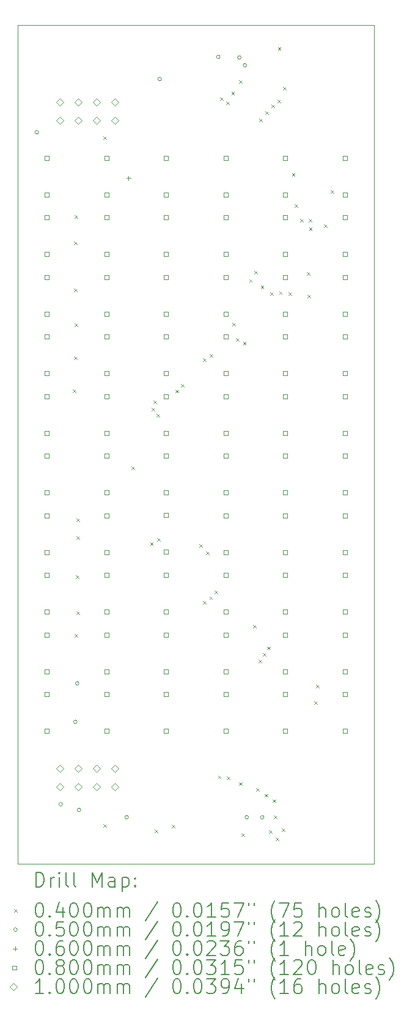
<source format=gbr>
%TF.GenerationSoftware,KiCad,Pcbnew,7.0.5*%
%TF.CreationDate,2023-09-06T13:43:12-04:00*%
%TF.ProjectId,INS-1 Matrix_DRC,494e532d-3120-44d6-9174-7269785f4452,rev?*%
%TF.SameCoordinates,Original*%
%TF.FileFunction,Drillmap*%
%TF.FilePolarity,Positive*%
%FSLAX45Y45*%
G04 Gerber Fmt 4.5, Leading zero omitted, Abs format (unit mm)*
G04 Created by KiCad (PCBNEW 7.0.5) date 2023-09-06 13:43:12*
%MOMM*%
%LPD*%
G01*
G04 APERTURE LIST*
%ADD10C,0.100000*%
%ADD11C,0.200000*%
%ADD12C,0.040000*%
%ADD13C,0.050000*%
%ADD14C,0.060000*%
%ADD15C,0.080000*%
G04 APERTURE END LIST*
D10*
X5080000Y-3810000D02*
X5080000Y-15430500D01*
X10020300Y-3810000D02*
X5080000Y-3810000D01*
X5080000Y-15430500D02*
X10020300Y-15430500D01*
X10020300Y-15430500D02*
X10020300Y-3810000D01*
D11*
D12*
X5847400Y-8857300D02*
X5887400Y-8897300D01*
X5887400Y-8857300D02*
X5847400Y-8897300D01*
X5860100Y-6812600D02*
X5900100Y-6852600D01*
X5900100Y-6812600D02*
X5860100Y-6852600D01*
X5860100Y-7460300D02*
X5900100Y-7500300D01*
X5900100Y-7460300D02*
X5860100Y-7500300D01*
X5860100Y-8400100D02*
X5900100Y-8440100D01*
X5900100Y-8400100D02*
X5860100Y-8440100D01*
X5872800Y-6444300D02*
X5912800Y-6484300D01*
X5912800Y-6444300D02*
X5872800Y-6484300D01*
X5872800Y-7942900D02*
X5912800Y-7982900D01*
X5912800Y-7942900D02*
X5872800Y-7982900D01*
X5872800Y-12248200D02*
X5912800Y-12288200D01*
X5912800Y-12248200D02*
X5872800Y-12288200D01*
X5885500Y-11435400D02*
X5925500Y-11475400D01*
X5925500Y-11435400D02*
X5885500Y-11475400D01*
X5898200Y-10648000D02*
X5938200Y-10688000D01*
X5938200Y-10648000D02*
X5898200Y-10688000D01*
X5898200Y-10889300D02*
X5938200Y-10929300D01*
X5938200Y-10889300D02*
X5898200Y-10929300D01*
X5898200Y-11930700D02*
X5938200Y-11970700D01*
X5938200Y-11930700D02*
X5898200Y-11970700D01*
X6266500Y-5352100D02*
X6306500Y-5392100D01*
X6306500Y-5352100D02*
X6266500Y-5392100D01*
X6266500Y-14877100D02*
X6306500Y-14917100D01*
X6306500Y-14877100D02*
X6266500Y-14917100D01*
X6660200Y-9924100D02*
X6700200Y-9964100D01*
X6700200Y-9924100D02*
X6660200Y-9964100D01*
X6917050Y-10975689D02*
X6957050Y-11015689D01*
X6957050Y-10975689D02*
X6917050Y-11015689D01*
X6934794Y-9115420D02*
X6974794Y-9155420D01*
X6974794Y-9115420D02*
X6934794Y-9155420D01*
X6965000Y-9009700D02*
X7005000Y-9049700D01*
X7005000Y-9009700D02*
X6965000Y-9049700D01*
X6977700Y-14953300D02*
X7017700Y-14993300D01*
X7017700Y-14953300D02*
X6977700Y-14993300D01*
X7006376Y-9200370D02*
X7046376Y-9240370D01*
X7046376Y-9200370D02*
X7006376Y-9240370D01*
X7015800Y-10914700D02*
X7055800Y-10954700D01*
X7055800Y-10914700D02*
X7015800Y-10954700D01*
X7219000Y-14890400D02*
X7259000Y-14930400D01*
X7259000Y-14890400D02*
X7219000Y-14930400D01*
X7267188Y-8864659D02*
X7307188Y-8904659D01*
X7307188Y-8864659D02*
X7267188Y-8904659D01*
X7346000Y-8781100D02*
X7386000Y-8821100D01*
X7386000Y-8781100D02*
X7346000Y-8821100D01*
X7600000Y-11003600D02*
X7640000Y-11043600D01*
X7640000Y-11003600D02*
X7600000Y-11043600D01*
X7646080Y-8428407D02*
X7686080Y-8468407D01*
X7686080Y-8428407D02*
X7646080Y-8468407D01*
X7650800Y-11791000D02*
X7690800Y-11831000D01*
X7690800Y-11791000D02*
X7650800Y-11831000D01*
X7688900Y-11105200D02*
X7728900Y-11145200D01*
X7728900Y-11105200D02*
X7688900Y-11145200D01*
X7738760Y-11725030D02*
X7778760Y-11765030D01*
X7778760Y-11725030D02*
X7738760Y-11765030D01*
X7739700Y-8370750D02*
X7779700Y-8410750D01*
X7779700Y-8370750D02*
X7739700Y-8410750D01*
X7811116Y-11642243D02*
X7851116Y-11682243D01*
X7851116Y-11642243D02*
X7811116Y-11682243D01*
X7857431Y-14207431D02*
X7897431Y-14247431D01*
X7897431Y-14207431D02*
X7857431Y-14247431D01*
X7887139Y-4811165D02*
X7927139Y-4851165D01*
X7927139Y-4811165D02*
X7887139Y-4851165D01*
X7968300Y-4869500D02*
X8008300Y-4909500D01*
X8008300Y-4869500D02*
X7968300Y-4909500D01*
X7977604Y-14219150D02*
X8017604Y-14259150D01*
X8017604Y-14219150D02*
X7977604Y-14259150D01*
X8042991Y-4738750D02*
X8082991Y-4778750D01*
X8082991Y-4738750D02*
X8042991Y-4778750D01*
X8057200Y-7935450D02*
X8097200Y-7975450D01*
X8097200Y-7935450D02*
X8057200Y-7975450D01*
X8108000Y-8146100D02*
X8148000Y-8186100D01*
X8148000Y-8146100D02*
X8108000Y-8186100D01*
X8146100Y-4577400D02*
X8186100Y-4617400D01*
X8186100Y-4577400D02*
X8146100Y-4617400D01*
X8146100Y-14299150D02*
X8186100Y-14339150D01*
X8186100Y-14299150D02*
X8146100Y-14339150D01*
X8184200Y-15007850D02*
X8224200Y-15047850D01*
X8224200Y-15007850D02*
X8184200Y-15047850D01*
X8203464Y-8200651D02*
X8243464Y-8240651D01*
X8243464Y-8200651D02*
X8203464Y-8240651D01*
X8287150Y-7332518D02*
X8327150Y-7372518D01*
X8327150Y-7332518D02*
X8287150Y-7372518D01*
X8341550Y-12121200D02*
X8381550Y-12161200D01*
X8381550Y-12121200D02*
X8341550Y-12161200D01*
X8362000Y-7219000D02*
X8402000Y-7259000D01*
X8402000Y-7219000D02*
X8362000Y-7259000D01*
X8387400Y-14379150D02*
X8427400Y-14419150D01*
X8427400Y-14379150D02*
X8387400Y-14419150D01*
X8421550Y-12603800D02*
X8461550Y-12643800D01*
X8461550Y-12603800D02*
X8421550Y-12643800D01*
X8425500Y-5110800D02*
X8465500Y-5150800D01*
X8465500Y-5110800D02*
X8425500Y-5150800D01*
X8448050Y-7417468D02*
X8488050Y-7457468D01*
X8488050Y-7417468D02*
X8448050Y-7457468D01*
X8479207Y-12510180D02*
X8519207Y-12550180D01*
X8519207Y-12510180D02*
X8479207Y-12550180D01*
X8501700Y-14459150D02*
X8541700Y-14499150D01*
X8541700Y-14459150D02*
X8501700Y-14499150D01*
X8512319Y-5009200D02*
X8552319Y-5049200D01*
X8552319Y-5009200D02*
X8512319Y-5049200D01*
X8540408Y-12418837D02*
X8580408Y-12458837D01*
X8580408Y-12418837D02*
X8540408Y-12458837D01*
X8565200Y-14962850D02*
X8605200Y-15002850D01*
X8605200Y-14962850D02*
X8565200Y-15002850D01*
X8577900Y-7511100D02*
X8617900Y-7551100D01*
X8617900Y-7511100D02*
X8577900Y-7551100D01*
X8597269Y-4912378D02*
X8637269Y-4952378D01*
X8637269Y-4912378D02*
X8597269Y-4952378D01*
X8616000Y-14536650D02*
X8656000Y-14576650D01*
X8656000Y-14536650D02*
X8616000Y-14576650D01*
X8628700Y-14762800D02*
X8668700Y-14802800D01*
X8668700Y-14762800D02*
X8628700Y-14802800D01*
X8654100Y-15067600D02*
X8694100Y-15107600D01*
X8694100Y-15067600D02*
X8654100Y-15107600D01*
X8683450Y-4844100D02*
X8723450Y-4884100D01*
X8723450Y-4844100D02*
X8683450Y-4884100D01*
X8685800Y-4120200D02*
X8725800Y-4160200D01*
X8725800Y-4120200D02*
X8685800Y-4160200D01*
X8701981Y-7501319D02*
X8741981Y-7541319D01*
X8741981Y-7501319D02*
X8701981Y-7541319D01*
X8743000Y-14940600D02*
X8783000Y-14980600D01*
X8783000Y-14940600D02*
X8743000Y-14980600D01*
X8755700Y-4666300D02*
X8795700Y-4706300D01*
X8795700Y-4666300D02*
X8755700Y-4706300D01*
X8831900Y-7511100D02*
X8871900Y-7551100D01*
X8871900Y-7511100D02*
X8831900Y-7551100D01*
X8880850Y-5860100D02*
X8920850Y-5900100D01*
X8920850Y-5860100D02*
X8880850Y-5900100D01*
X8920800Y-6291900D02*
X8960800Y-6331900D01*
X8960800Y-6291900D02*
X8920800Y-6331900D01*
X8997000Y-6495100D02*
X9037000Y-6535100D01*
X9037000Y-6495100D02*
X8997000Y-6535100D01*
X9085900Y-7231700D02*
X9125900Y-7271700D01*
X9125900Y-7231700D02*
X9085900Y-7271700D01*
X9098600Y-7549200D02*
X9138600Y-7589200D01*
X9138600Y-7549200D02*
X9098600Y-7589200D01*
X9114219Y-6498019D02*
X9154219Y-6538019D01*
X9154219Y-6498019D02*
X9114219Y-6538019D01*
X9117138Y-6615238D02*
X9157138Y-6655238D01*
X9157138Y-6615238D02*
X9117138Y-6655238D01*
X9187500Y-13175300D02*
X9227500Y-13215300D01*
X9227500Y-13175300D02*
X9187500Y-13215300D01*
X9212900Y-12946700D02*
X9252900Y-12986700D01*
X9252900Y-12946700D02*
X9212900Y-12986700D01*
X9327200Y-6571300D02*
X9367200Y-6611300D01*
X9367200Y-6571300D02*
X9327200Y-6611300D01*
X9416100Y-6101400D02*
X9456100Y-6141400D01*
X9456100Y-6101400D02*
X9416100Y-6141400D01*
D13*
X5371700Y-5295900D02*
G75*
G03*
X5371700Y-5295900I-25000J0D01*
G01*
X5703051Y-14603849D02*
G75*
G03*
X5703051Y-14603849I-25000J0D01*
G01*
X5905100Y-13462000D02*
G75*
G03*
X5905100Y-13462000I-25000J0D01*
G01*
X5930500Y-12928600D02*
G75*
G03*
X5930500Y-12928600I-25000J0D01*
G01*
X5955900Y-14681200D02*
G75*
G03*
X5955900Y-14681200I-25000J0D01*
G01*
X6616300Y-14782800D02*
G75*
G03*
X6616300Y-14782800I-25000J0D01*
G01*
X7073500Y-4559300D02*
G75*
G03*
X7073500Y-4559300I-25000J0D01*
G01*
X7886300Y-4252713D02*
G75*
G03*
X7886300Y-4252713I-25000J0D01*
G01*
X8177350Y-4261513D02*
G75*
G03*
X8177350Y-4261513I-25000J0D01*
G01*
X8254600Y-4368800D02*
G75*
G03*
X8254600Y-4368800I-25000J0D01*
G01*
X8280000Y-14782800D02*
G75*
G03*
X8280000Y-14782800I-25000J0D01*
G01*
X8494749Y-14783951D02*
G75*
G03*
X8494749Y-14783951I-25000J0D01*
G01*
D14*
X6616700Y-5900900D02*
X6616700Y-5960900D01*
X6586700Y-5930900D02*
X6646700Y-5930900D01*
D15*
X5514685Y-5679784D02*
X5514685Y-5623215D01*
X5458116Y-5623215D01*
X5458116Y-5679784D01*
X5514685Y-5679784D01*
X5514685Y-6187784D02*
X5514685Y-6131215D01*
X5458116Y-6131215D01*
X5458116Y-6187784D01*
X5514685Y-6187784D01*
X5514685Y-6505284D02*
X5514685Y-6448715D01*
X5458116Y-6448715D01*
X5458116Y-6505284D01*
X5514685Y-6505284D01*
X5514685Y-7013284D02*
X5514685Y-6956715D01*
X5458116Y-6956715D01*
X5458116Y-7013284D01*
X5514685Y-7013284D01*
X5514685Y-7330784D02*
X5514685Y-7274215D01*
X5458116Y-7274215D01*
X5458116Y-7330784D01*
X5514685Y-7330784D01*
X5514685Y-7838784D02*
X5514685Y-7782215D01*
X5458116Y-7782215D01*
X5458116Y-7838784D01*
X5514685Y-7838784D01*
X5514685Y-8156284D02*
X5514685Y-8099715D01*
X5458116Y-8099715D01*
X5458116Y-8156284D01*
X5514685Y-8156284D01*
X5514685Y-8664285D02*
X5514685Y-8607716D01*
X5458116Y-8607716D01*
X5458116Y-8664285D01*
X5514685Y-8664285D01*
X5514685Y-8981785D02*
X5514685Y-8925216D01*
X5458116Y-8925216D01*
X5458116Y-8981785D01*
X5514685Y-8981785D01*
X5514685Y-9489785D02*
X5514685Y-9433216D01*
X5458116Y-9433216D01*
X5458116Y-9489785D01*
X5514685Y-9489785D01*
X5514685Y-9807285D02*
X5514685Y-9750716D01*
X5458116Y-9750716D01*
X5458116Y-9807285D01*
X5514685Y-9807285D01*
X5514685Y-10315285D02*
X5514685Y-10258716D01*
X5458116Y-10258716D01*
X5458116Y-10315285D01*
X5514685Y-10315285D01*
X5514685Y-10632785D02*
X5514685Y-10576216D01*
X5458116Y-10576216D01*
X5458116Y-10632785D01*
X5514685Y-10632785D01*
X5514685Y-11140785D02*
X5514685Y-11084216D01*
X5458116Y-11084216D01*
X5458116Y-11140785D01*
X5514685Y-11140785D01*
X5514685Y-11458284D02*
X5514685Y-11401715D01*
X5458116Y-11401715D01*
X5458116Y-11458284D01*
X5514685Y-11458284D01*
X5514685Y-11966284D02*
X5514685Y-11909715D01*
X5458116Y-11909715D01*
X5458116Y-11966284D01*
X5514685Y-11966284D01*
X5514685Y-12283784D02*
X5514685Y-12227215D01*
X5458116Y-12227215D01*
X5458116Y-12283784D01*
X5514685Y-12283784D01*
X5514685Y-12791784D02*
X5514685Y-12735215D01*
X5458116Y-12735215D01*
X5458116Y-12791784D01*
X5514685Y-12791784D01*
X5514685Y-13109284D02*
X5514685Y-13052715D01*
X5458116Y-13052715D01*
X5458116Y-13109284D01*
X5514685Y-13109284D01*
X5514685Y-13617284D02*
X5514685Y-13560715D01*
X5458116Y-13560715D01*
X5458116Y-13617284D01*
X5514685Y-13617284D01*
X6340184Y-5679784D02*
X6340184Y-5623215D01*
X6283615Y-5623215D01*
X6283615Y-5679784D01*
X6340184Y-5679784D01*
X6340184Y-6187784D02*
X6340184Y-6131215D01*
X6283615Y-6131215D01*
X6283615Y-6187784D01*
X6340184Y-6187784D01*
X6340184Y-6505284D02*
X6340184Y-6448715D01*
X6283615Y-6448715D01*
X6283615Y-6505284D01*
X6340184Y-6505284D01*
X6340184Y-7013284D02*
X6340184Y-6956715D01*
X6283615Y-6956715D01*
X6283615Y-7013284D01*
X6340184Y-7013284D01*
X6340184Y-7330784D02*
X6340184Y-7274215D01*
X6283615Y-7274215D01*
X6283615Y-7330784D01*
X6340184Y-7330784D01*
X6340184Y-7838784D02*
X6340184Y-7782215D01*
X6283615Y-7782215D01*
X6283615Y-7838784D01*
X6340184Y-7838784D01*
X6340184Y-8156284D02*
X6340184Y-8099715D01*
X6283615Y-8099715D01*
X6283615Y-8156284D01*
X6340184Y-8156284D01*
X6340184Y-8664285D02*
X6340184Y-8607716D01*
X6283615Y-8607716D01*
X6283615Y-8664285D01*
X6340184Y-8664285D01*
X6340184Y-8981785D02*
X6340184Y-8925216D01*
X6283615Y-8925216D01*
X6283615Y-8981785D01*
X6340184Y-8981785D01*
X6340184Y-9489785D02*
X6340184Y-9433216D01*
X6283615Y-9433216D01*
X6283615Y-9489785D01*
X6340184Y-9489785D01*
X6340184Y-9807285D02*
X6340184Y-9750716D01*
X6283615Y-9750716D01*
X6283615Y-9807285D01*
X6340184Y-9807285D01*
X6340184Y-10315285D02*
X6340184Y-10258716D01*
X6283615Y-10258716D01*
X6283615Y-10315285D01*
X6340184Y-10315285D01*
X6340184Y-10632785D02*
X6340184Y-10576216D01*
X6283615Y-10576216D01*
X6283615Y-10632785D01*
X6340184Y-10632785D01*
X6340184Y-11140785D02*
X6340184Y-11084216D01*
X6283615Y-11084216D01*
X6283615Y-11140785D01*
X6340184Y-11140785D01*
X6340184Y-11458284D02*
X6340184Y-11401715D01*
X6283615Y-11401715D01*
X6283615Y-11458284D01*
X6340184Y-11458284D01*
X6340184Y-11966284D02*
X6340184Y-11909715D01*
X6283615Y-11909715D01*
X6283615Y-11966284D01*
X6340184Y-11966284D01*
X6340184Y-12283784D02*
X6340184Y-12227215D01*
X6283615Y-12227215D01*
X6283615Y-12283784D01*
X6340184Y-12283784D01*
X6340184Y-12791784D02*
X6340184Y-12735215D01*
X6283615Y-12735215D01*
X6283615Y-12791784D01*
X6340184Y-12791784D01*
X6340184Y-13109284D02*
X6340184Y-13052715D01*
X6283615Y-13052715D01*
X6283615Y-13109284D01*
X6340184Y-13109284D01*
X6340184Y-13617284D02*
X6340184Y-13560715D01*
X6283615Y-13560715D01*
X6283615Y-13617284D01*
X6340184Y-13617284D01*
X7165684Y-5679784D02*
X7165684Y-5623215D01*
X7109115Y-5623215D01*
X7109115Y-5679784D01*
X7165684Y-5679784D01*
X7165684Y-6187784D02*
X7165684Y-6131215D01*
X7109115Y-6131215D01*
X7109115Y-6187784D01*
X7165684Y-6187784D01*
X7165684Y-6505284D02*
X7165684Y-6448715D01*
X7109115Y-6448715D01*
X7109115Y-6505284D01*
X7165684Y-6505284D01*
X7165684Y-7013284D02*
X7165684Y-6956715D01*
X7109115Y-6956715D01*
X7109115Y-7013284D01*
X7165684Y-7013284D01*
X7165684Y-7330784D02*
X7165684Y-7274215D01*
X7109115Y-7274215D01*
X7109115Y-7330784D01*
X7165684Y-7330784D01*
X7165684Y-7838784D02*
X7165684Y-7782215D01*
X7109115Y-7782215D01*
X7109115Y-7838784D01*
X7165684Y-7838784D01*
X7165684Y-8156284D02*
X7165684Y-8099715D01*
X7109115Y-8099715D01*
X7109115Y-8156284D01*
X7165684Y-8156284D01*
X7165684Y-8664285D02*
X7165684Y-8607716D01*
X7109115Y-8607716D01*
X7109115Y-8664285D01*
X7165684Y-8664285D01*
X7165684Y-8981785D02*
X7165684Y-8925216D01*
X7109115Y-8925216D01*
X7109115Y-8981785D01*
X7165684Y-8981785D01*
X7165684Y-9489785D02*
X7165684Y-9433216D01*
X7109115Y-9433216D01*
X7109115Y-9489785D01*
X7165684Y-9489785D01*
X7165684Y-9807285D02*
X7165684Y-9750716D01*
X7109115Y-9750716D01*
X7109115Y-9807285D01*
X7165684Y-9807285D01*
X7165684Y-10315285D02*
X7165684Y-10258716D01*
X7109115Y-10258716D01*
X7109115Y-10315285D01*
X7165684Y-10315285D01*
X7165684Y-10624785D02*
X7165684Y-10568216D01*
X7109115Y-10568216D01*
X7109115Y-10624785D01*
X7165684Y-10624785D01*
X7165684Y-11132785D02*
X7165684Y-11076216D01*
X7109115Y-11076216D01*
X7109115Y-11132785D01*
X7165684Y-11132785D01*
X7165684Y-11458284D02*
X7165684Y-11401715D01*
X7109115Y-11401715D01*
X7109115Y-11458284D01*
X7165684Y-11458284D01*
X7165684Y-11966284D02*
X7165684Y-11909715D01*
X7109115Y-11909715D01*
X7109115Y-11966284D01*
X7165684Y-11966284D01*
X7165684Y-12283784D02*
X7165684Y-12227215D01*
X7109115Y-12227215D01*
X7109115Y-12283784D01*
X7165684Y-12283784D01*
X7165684Y-12791784D02*
X7165684Y-12735215D01*
X7109115Y-12735215D01*
X7109115Y-12791784D01*
X7165684Y-12791784D01*
X7165684Y-13109284D02*
X7165684Y-13052715D01*
X7109115Y-13052715D01*
X7109115Y-13109284D01*
X7165684Y-13109284D01*
X7165684Y-13617284D02*
X7165684Y-13560715D01*
X7109115Y-13560715D01*
X7109115Y-13617284D01*
X7165684Y-13617284D01*
X7991184Y-5679784D02*
X7991184Y-5623215D01*
X7934615Y-5623215D01*
X7934615Y-5679784D01*
X7991184Y-5679784D01*
X7991184Y-6187784D02*
X7991184Y-6131215D01*
X7934615Y-6131215D01*
X7934615Y-6187784D01*
X7991184Y-6187784D01*
X7991184Y-6505284D02*
X7991184Y-6448715D01*
X7934615Y-6448715D01*
X7934615Y-6505284D01*
X7991184Y-6505284D01*
X7991184Y-7013284D02*
X7991184Y-6956715D01*
X7934615Y-6956715D01*
X7934615Y-7013284D01*
X7991184Y-7013284D01*
X7991184Y-7330784D02*
X7991184Y-7274215D01*
X7934615Y-7274215D01*
X7934615Y-7330784D01*
X7991184Y-7330784D01*
X7991184Y-7838784D02*
X7991184Y-7782215D01*
X7934615Y-7782215D01*
X7934615Y-7838784D01*
X7991184Y-7838784D01*
X7991184Y-8156284D02*
X7991184Y-8099715D01*
X7934615Y-8099715D01*
X7934615Y-8156284D01*
X7991184Y-8156284D01*
X7991184Y-8664285D02*
X7991184Y-8607716D01*
X7934615Y-8607716D01*
X7934615Y-8664285D01*
X7991184Y-8664285D01*
X7991184Y-8981785D02*
X7991184Y-8925216D01*
X7934615Y-8925216D01*
X7934615Y-8981785D01*
X7991184Y-8981785D01*
X7991184Y-9489785D02*
X7991184Y-9433216D01*
X7934615Y-9433216D01*
X7934615Y-9489785D01*
X7991184Y-9489785D01*
X7991184Y-9807285D02*
X7991184Y-9750716D01*
X7934615Y-9750716D01*
X7934615Y-9807285D01*
X7991184Y-9807285D01*
X7991184Y-10315285D02*
X7991184Y-10258716D01*
X7934615Y-10258716D01*
X7934615Y-10315285D01*
X7991184Y-10315285D01*
X7991184Y-10632785D02*
X7991184Y-10576216D01*
X7934615Y-10576216D01*
X7934615Y-10632785D01*
X7991184Y-10632785D01*
X7991184Y-11140785D02*
X7991184Y-11084216D01*
X7934615Y-11084216D01*
X7934615Y-11140785D01*
X7991184Y-11140785D01*
X7991184Y-11458284D02*
X7991184Y-11401715D01*
X7934615Y-11401715D01*
X7934615Y-11458284D01*
X7991184Y-11458284D01*
X7991184Y-11966284D02*
X7991184Y-11909715D01*
X7934615Y-11909715D01*
X7934615Y-11966284D01*
X7991184Y-11966284D01*
X7991184Y-12283784D02*
X7991184Y-12227215D01*
X7934615Y-12227215D01*
X7934615Y-12283784D01*
X7991184Y-12283784D01*
X7991184Y-12791784D02*
X7991184Y-12735215D01*
X7934615Y-12735215D01*
X7934615Y-12791784D01*
X7991184Y-12791784D01*
X7991184Y-13109284D02*
X7991184Y-13052715D01*
X7934615Y-13052715D01*
X7934615Y-13109284D01*
X7991184Y-13109284D01*
X7991184Y-13617284D02*
X7991184Y-13560715D01*
X7934615Y-13560715D01*
X7934615Y-13617284D01*
X7991184Y-13617284D01*
X8816685Y-5679784D02*
X8816685Y-5623215D01*
X8760116Y-5623215D01*
X8760116Y-5679784D01*
X8816685Y-5679784D01*
X8816685Y-6187784D02*
X8816685Y-6131215D01*
X8760116Y-6131215D01*
X8760116Y-6187784D01*
X8816685Y-6187784D01*
X8816685Y-6505284D02*
X8816685Y-6448715D01*
X8760116Y-6448715D01*
X8760116Y-6505284D01*
X8816685Y-6505284D01*
X8816685Y-7013284D02*
X8816685Y-6956715D01*
X8760116Y-6956715D01*
X8760116Y-7013284D01*
X8816685Y-7013284D01*
X8816685Y-7330784D02*
X8816685Y-7274215D01*
X8760116Y-7274215D01*
X8760116Y-7330784D01*
X8816685Y-7330784D01*
X8816685Y-7838784D02*
X8816685Y-7782215D01*
X8760116Y-7782215D01*
X8760116Y-7838784D01*
X8816685Y-7838784D01*
X8816685Y-8156284D02*
X8816685Y-8099715D01*
X8760116Y-8099715D01*
X8760116Y-8156284D01*
X8816685Y-8156284D01*
X8816685Y-8664285D02*
X8816685Y-8607716D01*
X8760116Y-8607716D01*
X8760116Y-8664285D01*
X8816685Y-8664285D01*
X8816685Y-8981785D02*
X8816685Y-8925216D01*
X8760116Y-8925216D01*
X8760116Y-8981785D01*
X8816685Y-8981785D01*
X8816685Y-9489785D02*
X8816685Y-9433216D01*
X8760116Y-9433216D01*
X8760116Y-9489785D01*
X8816685Y-9489785D01*
X8816685Y-9807285D02*
X8816685Y-9750716D01*
X8760116Y-9750716D01*
X8760116Y-9807285D01*
X8816685Y-9807285D01*
X8816685Y-10315285D02*
X8816685Y-10258716D01*
X8760116Y-10258716D01*
X8760116Y-10315285D01*
X8816685Y-10315285D01*
X8816685Y-10632785D02*
X8816685Y-10576216D01*
X8760116Y-10576216D01*
X8760116Y-10632785D01*
X8816685Y-10632785D01*
X8816685Y-11140785D02*
X8816685Y-11084216D01*
X8760116Y-11084216D01*
X8760116Y-11140785D01*
X8816685Y-11140785D01*
X8816685Y-11458284D02*
X8816685Y-11401715D01*
X8760116Y-11401715D01*
X8760116Y-11458284D01*
X8816685Y-11458284D01*
X8816685Y-11966284D02*
X8816685Y-11909715D01*
X8760116Y-11909715D01*
X8760116Y-11966284D01*
X8816685Y-11966284D01*
X8816685Y-12283784D02*
X8816685Y-12227215D01*
X8760116Y-12227215D01*
X8760116Y-12283784D01*
X8816685Y-12283784D01*
X8816685Y-12791784D02*
X8816685Y-12735215D01*
X8760116Y-12735215D01*
X8760116Y-12791784D01*
X8816685Y-12791784D01*
X8816685Y-13109284D02*
X8816685Y-13052715D01*
X8760116Y-13052715D01*
X8760116Y-13109284D01*
X8816685Y-13109284D01*
X8816685Y-13617284D02*
X8816685Y-13560715D01*
X8760116Y-13560715D01*
X8760116Y-13617284D01*
X8816685Y-13617284D01*
X9642185Y-5679784D02*
X9642185Y-5623215D01*
X9585616Y-5623215D01*
X9585616Y-5679784D01*
X9642185Y-5679784D01*
X9642185Y-6187784D02*
X9642185Y-6131215D01*
X9585616Y-6131215D01*
X9585616Y-6187784D01*
X9642185Y-6187784D01*
X9642185Y-6505284D02*
X9642185Y-6448715D01*
X9585616Y-6448715D01*
X9585616Y-6505284D01*
X9642185Y-6505284D01*
X9642185Y-7013284D02*
X9642185Y-6956715D01*
X9585616Y-6956715D01*
X9585616Y-7013284D01*
X9642185Y-7013284D01*
X9642185Y-7330784D02*
X9642185Y-7274215D01*
X9585616Y-7274215D01*
X9585616Y-7330784D01*
X9642185Y-7330784D01*
X9642185Y-7838784D02*
X9642185Y-7782215D01*
X9585616Y-7782215D01*
X9585616Y-7838784D01*
X9642185Y-7838784D01*
X9642185Y-8156284D02*
X9642185Y-8099715D01*
X9585616Y-8099715D01*
X9585616Y-8156284D01*
X9642185Y-8156284D01*
X9642185Y-8664285D02*
X9642185Y-8607716D01*
X9585616Y-8607716D01*
X9585616Y-8664285D01*
X9642185Y-8664285D01*
X9642185Y-8981785D02*
X9642185Y-8925216D01*
X9585616Y-8925216D01*
X9585616Y-8981785D01*
X9642185Y-8981785D01*
X9642185Y-9489785D02*
X9642185Y-9433216D01*
X9585616Y-9433216D01*
X9585616Y-9489785D01*
X9642185Y-9489785D01*
X9642185Y-9807285D02*
X9642185Y-9750716D01*
X9585616Y-9750716D01*
X9585616Y-9807285D01*
X9642185Y-9807285D01*
X9642185Y-10315285D02*
X9642185Y-10258716D01*
X9585616Y-10258716D01*
X9585616Y-10315285D01*
X9642185Y-10315285D01*
X9642185Y-10632785D02*
X9642185Y-10576216D01*
X9585616Y-10576216D01*
X9585616Y-10632785D01*
X9642185Y-10632785D01*
X9642185Y-11140785D02*
X9642185Y-11084216D01*
X9585616Y-11084216D01*
X9585616Y-11140785D01*
X9642185Y-11140785D01*
X9642185Y-11458284D02*
X9642185Y-11401715D01*
X9585616Y-11401715D01*
X9585616Y-11458284D01*
X9642185Y-11458284D01*
X9642185Y-11966284D02*
X9642185Y-11909715D01*
X9585616Y-11909715D01*
X9585616Y-11966284D01*
X9642185Y-11966284D01*
X9642185Y-12283784D02*
X9642185Y-12227215D01*
X9585616Y-12227215D01*
X9585616Y-12283784D01*
X9642185Y-12283784D01*
X9642185Y-12791784D02*
X9642185Y-12735215D01*
X9585616Y-12735215D01*
X9585616Y-12791784D01*
X9642185Y-12791784D01*
X9642185Y-13109284D02*
X9642185Y-13052715D01*
X9585616Y-13052715D01*
X9585616Y-13109284D01*
X9642185Y-13109284D01*
X9642185Y-13617284D02*
X9642185Y-13560715D01*
X9585616Y-13560715D01*
X9585616Y-13617284D01*
X9642185Y-13617284D01*
D10*
X5664200Y-4926800D02*
X5714200Y-4876800D01*
X5664200Y-4826800D01*
X5614200Y-4876800D01*
X5664200Y-4926800D01*
X5664200Y-5180800D02*
X5714200Y-5130800D01*
X5664200Y-5080800D01*
X5614200Y-5130800D01*
X5664200Y-5180800D01*
X5664200Y-14159700D02*
X5714200Y-14109700D01*
X5664200Y-14059700D01*
X5614200Y-14109700D01*
X5664200Y-14159700D01*
X5664200Y-14413700D02*
X5714200Y-14363700D01*
X5664200Y-14313700D01*
X5614200Y-14363700D01*
X5664200Y-14413700D01*
X5918200Y-4926800D02*
X5968200Y-4876800D01*
X5918200Y-4826800D01*
X5868200Y-4876800D01*
X5918200Y-4926800D01*
X5918200Y-5180800D02*
X5968200Y-5130800D01*
X5918200Y-5080800D01*
X5868200Y-5130800D01*
X5918200Y-5180800D01*
X5918200Y-14159700D02*
X5968200Y-14109700D01*
X5918200Y-14059700D01*
X5868200Y-14109700D01*
X5918200Y-14159700D01*
X5918200Y-14413700D02*
X5968200Y-14363700D01*
X5918200Y-14313700D01*
X5868200Y-14363700D01*
X5918200Y-14413700D01*
X6172200Y-4926800D02*
X6222200Y-4876800D01*
X6172200Y-4826800D01*
X6122200Y-4876800D01*
X6172200Y-4926800D01*
X6172200Y-5180800D02*
X6222200Y-5130800D01*
X6172200Y-5080800D01*
X6122200Y-5130800D01*
X6172200Y-5180800D01*
X6172200Y-14159700D02*
X6222200Y-14109700D01*
X6172200Y-14059700D01*
X6122200Y-14109700D01*
X6172200Y-14159700D01*
X6172200Y-14413700D02*
X6222200Y-14363700D01*
X6172200Y-14313700D01*
X6122200Y-14363700D01*
X6172200Y-14413700D01*
X6426200Y-4926800D02*
X6476200Y-4876800D01*
X6426200Y-4826800D01*
X6376200Y-4876800D01*
X6426200Y-4926800D01*
X6426200Y-5180800D02*
X6476200Y-5130800D01*
X6426200Y-5080800D01*
X6376200Y-5130800D01*
X6426200Y-5180800D01*
X6426200Y-14159700D02*
X6476200Y-14109700D01*
X6426200Y-14059700D01*
X6376200Y-14109700D01*
X6426200Y-14159700D01*
X6426200Y-14413700D02*
X6476200Y-14363700D01*
X6426200Y-14313700D01*
X6376200Y-14363700D01*
X6426200Y-14413700D01*
D11*
X5335777Y-15746984D02*
X5335777Y-15546984D01*
X5335777Y-15546984D02*
X5383396Y-15546984D01*
X5383396Y-15546984D02*
X5411967Y-15556508D01*
X5411967Y-15556508D02*
X5431015Y-15575555D01*
X5431015Y-15575555D02*
X5440539Y-15594603D01*
X5440539Y-15594603D02*
X5450063Y-15632698D01*
X5450063Y-15632698D02*
X5450063Y-15661269D01*
X5450063Y-15661269D02*
X5440539Y-15699365D01*
X5440539Y-15699365D02*
X5431015Y-15718412D01*
X5431015Y-15718412D02*
X5411967Y-15737460D01*
X5411967Y-15737460D02*
X5383396Y-15746984D01*
X5383396Y-15746984D02*
X5335777Y-15746984D01*
X5535777Y-15746984D02*
X5535777Y-15613650D01*
X5535777Y-15651746D02*
X5545301Y-15632698D01*
X5545301Y-15632698D02*
X5554824Y-15623174D01*
X5554824Y-15623174D02*
X5573872Y-15613650D01*
X5573872Y-15613650D02*
X5592920Y-15613650D01*
X5659586Y-15746984D02*
X5659586Y-15613650D01*
X5659586Y-15546984D02*
X5650062Y-15556508D01*
X5650062Y-15556508D02*
X5659586Y-15566031D01*
X5659586Y-15566031D02*
X5669110Y-15556508D01*
X5669110Y-15556508D02*
X5659586Y-15546984D01*
X5659586Y-15546984D02*
X5659586Y-15566031D01*
X5783396Y-15746984D02*
X5764348Y-15737460D01*
X5764348Y-15737460D02*
X5754824Y-15718412D01*
X5754824Y-15718412D02*
X5754824Y-15546984D01*
X5888158Y-15746984D02*
X5869110Y-15737460D01*
X5869110Y-15737460D02*
X5859586Y-15718412D01*
X5859586Y-15718412D02*
X5859586Y-15546984D01*
X6116729Y-15746984D02*
X6116729Y-15546984D01*
X6116729Y-15546984D02*
X6183396Y-15689841D01*
X6183396Y-15689841D02*
X6250062Y-15546984D01*
X6250062Y-15546984D02*
X6250062Y-15746984D01*
X6431015Y-15746984D02*
X6431015Y-15642222D01*
X6431015Y-15642222D02*
X6421491Y-15623174D01*
X6421491Y-15623174D02*
X6402443Y-15613650D01*
X6402443Y-15613650D02*
X6364348Y-15613650D01*
X6364348Y-15613650D02*
X6345301Y-15623174D01*
X6431015Y-15737460D02*
X6411967Y-15746984D01*
X6411967Y-15746984D02*
X6364348Y-15746984D01*
X6364348Y-15746984D02*
X6345301Y-15737460D01*
X6345301Y-15737460D02*
X6335777Y-15718412D01*
X6335777Y-15718412D02*
X6335777Y-15699365D01*
X6335777Y-15699365D02*
X6345301Y-15680317D01*
X6345301Y-15680317D02*
X6364348Y-15670793D01*
X6364348Y-15670793D02*
X6411967Y-15670793D01*
X6411967Y-15670793D02*
X6431015Y-15661269D01*
X6526253Y-15613650D02*
X6526253Y-15813650D01*
X6526253Y-15623174D02*
X6545301Y-15613650D01*
X6545301Y-15613650D02*
X6583396Y-15613650D01*
X6583396Y-15613650D02*
X6602443Y-15623174D01*
X6602443Y-15623174D02*
X6611967Y-15632698D01*
X6611967Y-15632698D02*
X6621491Y-15651746D01*
X6621491Y-15651746D02*
X6621491Y-15708888D01*
X6621491Y-15708888D02*
X6611967Y-15727936D01*
X6611967Y-15727936D02*
X6602443Y-15737460D01*
X6602443Y-15737460D02*
X6583396Y-15746984D01*
X6583396Y-15746984D02*
X6545301Y-15746984D01*
X6545301Y-15746984D02*
X6526253Y-15737460D01*
X6707205Y-15727936D02*
X6716729Y-15737460D01*
X6716729Y-15737460D02*
X6707205Y-15746984D01*
X6707205Y-15746984D02*
X6697682Y-15737460D01*
X6697682Y-15737460D02*
X6707205Y-15727936D01*
X6707205Y-15727936D02*
X6707205Y-15746984D01*
X6707205Y-15623174D02*
X6716729Y-15632698D01*
X6716729Y-15632698D02*
X6707205Y-15642222D01*
X6707205Y-15642222D02*
X6697682Y-15632698D01*
X6697682Y-15632698D02*
X6707205Y-15623174D01*
X6707205Y-15623174D02*
X6707205Y-15642222D01*
D12*
X5035000Y-16055500D02*
X5075000Y-16095500D01*
X5075000Y-16055500D02*
X5035000Y-16095500D01*
D11*
X5373872Y-15966984D02*
X5392920Y-15966984D01*
X5392920Y-15966984D02*
X5411967Y-15976508D01*
X5411967Y-15976508D02*
X5421491Y-15986031D01*
X5421491Y-15986031D02*
X5431015Y-16005079D01*
X5431015Y-16005079D02*
X5440539Y-16043174D01*
X5440539Y-16043174D02*
X5440539Y-16090793D01*
X5440539Y-16090793D02*
X5431015Y-16128888D01*
X5431015Y-16128888D02*
X5421491Y-16147936D01*
X5421491Y-16147936D02*
X5411967Y-16157460D01*
X5411967Y-16157460D02*
X5392920Y-16166984D01*
X5392920Y-16166984D02*
X5373872Y-16166984D01*
X5373872Y-16166984D02*
X5354824Y-16157460D01*
X5354824Y-16157460D02*
X5345301Y-16147936D01*
X5345301Y-16147936D02*
X5335777Y-16128888D01*
X5335777Y-16128888D02*
X5326253Y-16090793D01*
X5326253Y-16090793D02*
X5326253Y-16043174D01*
X5326253Y-16043174D02*
X5335777Y-16005079D01*
X5335777Y-16005079D02*
X5345301Y-15986031D01*
X5345301Y-15986031D02*
X5354824Y-15976508D01*
X5354824Y-15976508D02*
X5373872Y-15966984D01*
X5526253Y-16147936D02*
X5535777Y-16157460D01*
X5535777Y-16157460D02*
X5526253Y-16166984D01*
X5526253Y-16166984D02*
X5516729Y-16157460D01*
X5516729Y-16157460D02*
X5526253Y-16147936D01*
X5526253Y-16147936D02*
X5526253Y-16166984D01*
X5707205Y-16033650D02*
X5707205Y-16166984D01*
X5659586Y-15957460D02*
X5611967Y-16100317D01*
X5611967Y-16100317D02*
X5735777Y-16100317D01*
X5850062Y-15966984D02*
X5869110Y-15966984D01*
X5869110Y-15966984D02*
X5888158Y-15976508D01*
X5888158Y-15976508D02*
X5897682Y-15986031D01*
X5897682Y-15986031D02*
X5907205Y-16005079D01*
X5907205Y-16005079D02*
X5916729Y-16043174D01*
X5916729Y-16043174D02*
X5916729Y-16090793D01*
X5916729Y-16090793D02*
X5907205Y-16128888D01*
X5907205Y-16128888D02*
X5897682Y-16147936D01*
X5897682Y-16147936D02*
X5888158Y-16157460D01*
X5888158Y-16157460D02*
X5869110Y-16166984D01*
X5869110Y-16166984D02*
X5850062Y-16166984D01*
X5850062Y-16166984D02*
X5831015Y-16157460D01*
X5831015Y-16157460D02*
X5821491Y-16147936D01*
X5821491Y-16147936D02*
X5811967Y-16128888D01*
X5811967Y-16128888D02*
X5802443Y-16090793D01*
X5802443Y-16090793D02*
X5802443Y-16043174D01*
X5802443Y-16043174D02*
X5811967Y-16005079D01*
X5811967Y-16005079D02*
X5821491Y-15986031D01*
X5821491Y-15986031D02*
X5831015Y-15976508D01*
X5831015Y-15976508D02*
X5850062Y-15966984D01*
X6040539Y-15966984D02*
X6059586Y-15966984D01*
X6059586Y-15966984D02*
X6078634Y-15976508D01*
X6078634Y-15976508D02*
X6088158Y-15986031D01*
X6088158Y-15986031D02*
X6097682Y-16005079D01*
X6097682Y-16005079D02*
X6107205Y-16043174D01*
X6107205Y-16043174D02*
X6107205Y-16090793D01*
X6107205Y-16090793D02*
X6097682Y-16128888D01*
X6097682Y-16128888D02*
X6088158Y-16147936D01*
X6088158Y-16147936D02*
X6078634Y-16157460D01*
X6078634Y-16157460D02*
X6059586Y-16166984D01*
X6059586Y-16166984D02*
X6040539Y-16166984D01*
X6040539Y-16166984D02*
X6021491Y-16157460D01*
X6021491Y-16157460D02*
X6011967Y-16147936D01*
X6011967Y-16147936D02*
X6002443Y-16128888D01*
X6002443Y-16128888D02*
X5992920Y-16090793D01*
X5992920Y-16090793D02*
X5992920Y-16043174D01*
X5992920Y-16043174D02*
X6002443Y-16005079D01*
X6002443Y-16005079D02*
X6011967Y-15986031D01*
X6011967Y-15986031D02*
X6021491Y-15976508D01*
X6021491Y-15976508D02*
X6040539Y-15966984D01*
X6192920Y-16166984D02*
X6192920Y-16033650D01*
X6192920Y-16052698D02*
X6202443Y-16043174D01*
X6202443Y-16043174D02*
X6221491Y-16033650D01*
X6221491Y-16033650D02*
X6250063Y-16033650D01*
X6250063Y-16033650D02*
X6269110Y-16043174D01*
X6269110Y-16043174D02*
X6278634Y-16062222D01*
X6278634Y-16062222D02*
X6278634Y-16166984D01*
X6278634Y-16062222D02*
X6288158Y-16043174D01*
X6288158Y-16043174D02*
X6307205Y-16033650D01*
X6307205Y-16033650D02*
X6335777Y-16033650D01*
X6335777Y-16033650D02*
X6354824Y-16043174D01*
X6354824Y-16043174D02*
X6364348Y-16062222D01*
X6364348Y-16062222D02*
X6364348Y-16166984D01*
X6459586Y-16166984D02*
X6459586Y-16033650D01*
X6459586Y-16052698D02*
X6469110Y-16043174D01*
X6469110Y-16043174D02*
X6488158Y-16033650D01*
X6488158Y-16033650D02*
X6516729Y-16033650D01*
X6516729Y-16033650D02*
X6535777Y-16043174D01*
X6535777Y-16043174D02*
X6545301Y-16062222D01*
X6545301Y-16062222D02*
X6545301Y-16166984D01*
X6545301Y-16062222D02*
X6554824Y-16043174D01*
X6554824Y-16043174D02*
X6573872Y-16033650D01*
X6573872Y-16033650D02*
X6602443Y-16033650D01*
X6602443Y-16033650D02*
X6621491Y-16043174D01*
X6621491Y-16043174D02*
X6631015Y-16062222D01*
X6631015Y-16062222D02*
X6631015Y-16166984D01*
X7021491Y-15957460D02*
X6850063Y-16214603D01*
X7278634Y-15966984D02*
X7297682Y-15966984D01*
X7297682Y-15966984D02*
X7316729Y-15976508D01*
X7316729Y-15976508D02*
X7326253Y-15986031D01*
X7326253Y-15986031D02*
X7335777Y-16005079D01*
X7335777Y-16005079D02*
X7345301Y-16043174D01*
X7345301Y-16043174D02*
X7345301Y-16090793D01*
X7345301Y-16090793D02*
X7335777Y-16128888D01*
X7335777Y-16128888D02*
X7326253Y-16147936D01*
X7326253Y-16147936D02*
X7316729Y-16157460D01*
X7316729Y-16157460D02*
X7297682Y-16166984D01*
X7297682Y-16166984D02*
X7278634Y-16166984D01*
X7278634Y-16166984D02*
X7259586Y-16157460D01*
X7259586Y-16157460D02*
X7250063Y-16147936D01*
X7250063Y-16147936D02*
X7240539Y-16128888D01*
X7240539Y-16128888D02*
X7231015Y-16090793D01*
X7231015Y-16090793D02*
X7231015Y-16043174D01*
X7231015Y-16043174D02*
X7240539Y-16005079D01*
X7240539Y-16005079D02*
X7250063Y-15986031D01*
X7250063Y-15986031D02*
X7259586Y-15976508D01*
X7259586Y-15976508D02*
X7278634Y-15966984D01*
X7431015Y-16147936D02*
X7440539Y-16157460D01*
X7440539Y-16157460D02*
X7431015Y-16166984D01*
X7431015Y-16166984D02*
X7421491Y-16157460D01*
X7421491Y-16157460D02*
X7431015Y-16147936D01*
X7431015Y-16147936D02*
X7431015Y-16166984D01*
X7564348Y-15966984D02*
X7583396Y-15966984D01*
X7583396Y-15966984D02*
X7602444Y-15976508D01*
X7602444Y-15976508D02*
X7611967Y-15986031D01*
X7611967Y-15986031D02*
X7621491Y-16005079D01*
X7621491Y-16005079D02*
X7631015Y-16043174D01*
X7631015Y-16043174D02*
X7631015Y-16090793D01*
X7631015Y-16090793D02*
X7621491Y-16128888D01*
X7621491Y-16128888D02*
X7611967Y-16147936D01*
X7611967Y-16147936D02*
X7602444Y-16157460D01*
X7602444Y-16157460D02*
X7583396Y-16166984D01*
X7583396Y-16166984D02*
X7564348Y-16166984D01*
X7564348Y-16166984D02*
X7545301Y-16157460D01*
X7545301Y-16157460D02*
X7535777Y-16147936D01*
X7535777Y-16147936D02*
X7526253Y-16128888D01*
X7526253Y-16128888D02*
X7516729Y-16090793D01*
X7516729Y-16090793D02*
X7516729Y-16043174D01*
X7516729Y-16043174D02*
X7526253Y-16005079D01*
X7526253Y-16005079D02*
X7535777Y-15986031D01*
X7535777Y-15986031D02*
X7545301Y-15976508D01*
X7545301Y-15976508D02*
X7564348Y-15966984D01*
X7821491Y-16166984D02*
X7707206Y-16166984D01*
X7764348Y-16166984D02*
X7764348Y-15966984D01*
X7764348Y-15966984D02*
X7745301Y-15995555D01*
X7745301Y-15995555D02*
X7726253Y-16014603D01*
X7726253Y-16014603D02*
X7707206Y-16024127D01*
X8002444Y-15966984D02*
X7907206Y-15966984D01*
X7907206Y-15966984D02*
X7897682Y-16062222D01*
X7897682Y-16062222D02*
X7907206Y-16052698D01*
X7907206Y-16052698D02*
X7926253Y-16043174D01*
X7926253Y-16043174D02*
X7973872Y-16043174D01*
X7973872Y-16043174D02*
X7992920Y-16052698D01*
X7992920Y-16052698D02*
X8002444Y-16062222D01*
X8002444Y-16062222D02*
X8011967Y-16081269D01*
X8011967Y-16081269D02*
X8011967Y-16128888D01*
X8011967Y-16128888D02*
X8002444Y-16147936D01*
X8002444Y-16147936D02*
X7992920Y-16157460D01*
X7992920Y-16157460D02*
X7973872Y-16166984D01*
X7973872Y-16166984D02*
X7926253Y-16166984D01*
X7926253Y-16166984D02*
X7907206Y-16157460D01*
X7907206Y-16157460D02*
X7897682Y-16147936D01*
X8078634Y-15966984D02*
X8211967Y-15966984D01*
X8211967Y-15966984D02*
X8126253Y-16166984D01*
X8278634Y-15966984D02*
X8278634Y-16005079D01*
X8354825Y-15966984D02*
X8354825Y-16005079D01*
X8650063Y-16243174D02*
X8640539Y-16233650D01*
X8640539Y-16233650D02*
X8621491Y-16205079D01*
X8621491Y-16205079D02*
X8611968Y-16186031D01*
X8611968Y-16186031D02*
X8602444Y-16157460D01*
X8602444Y-16157460D02*
X8592920Y-16109841D01*
X8592920Y-16109841D02*
X8592920Y-16071746D01*
X8592920Y-16071746D02*
X8602444Y-16024127D01*
X8602444Y-16024127D02*
X8611968Y-15995555D01*
X8611968Y-15995555D02*
X8621491Y-15976508D01*
X8621491Y-15976508D02*
X8640539Y-15947936D01*
X8640539Y-15947936D02*
X8650063Y-15938412D01*
X8707206Y-15966984D02*
X8840539Y-15966984D01*
X8840539Y-15966984D02*
X8754825Y-16166984D01*
X9011968Y-15966984D02*
X8916730Y-15966984D01*
X8916730Y-15966984D02*
X8907206Y-16062222D01*
X8907206Y-16062222D02*
X8916730Y-16052698D01*
X8916730Y-16052698D02*
X8935777Y-16043174D01*
X8935777Y-16043174D02*
X8983396Y-16043174D01*
X8983396Y-16043174D02*
X9002444Y-16052698D01*
X9002444Y-16052698D02*
X9011968Y-16062222D01*
X9011968Y-16062222D02*
X9021491Y-16081269D01*
X9021491Y-16081269D02*
X9021491Y-16128888D01*
X9021491Y-16128888D02*
X9011968Y-16147936D01*
X9011968Y-16147936D02*
X9002444Y-16157460D01*
X9002444Y-16157460D02*
X8983396Y-16166984D01*
X8983396Y-16166984D02*
X8935777Y-16166984D01*
X8935777Y-16166984D02*
X8916730Y-16157460D01*
X8916730Y-16157460D02*
X8907206Y-16147936D01*
X9259587Y-16166984D02*
X9259587Y-15966984D01*
X9345301Y-16166984D02*
X9345301Y-16062222D01*
X9345301Y-16062222D02*
X9335777Y-16043174D01*
X9335777Y-16043174D02*
X9316730Y-16033650D01*
X9316730Y-16033650D02*
X9288158Y-16033650D01*
X9288158Y-16033650D02*
X9269111Y-16043174D01*
X9269111Y-16043174D02*
X9259587Y-16052698D01*
X9469111Y-16166984D02*
X9450063Y-16157460D01*
X9450063Y-16157460D02*
X9440539Y-16147936D01*
X9440539Y-16147936D02*
X9431015Y-16128888D01*
X9431015Y-16128888D02*
X9431015Y-16071746D01*
X9431015Y-16071746D02*
X9440539Y-16052698D01*
X9440539Y-16052698D02*
X9450063Y-16043174D01*
X9450063Y-16043174D02*
X9469111Y-16033650D01*
X9469111Y-16033650D02*
X9497682Y-16033650D01*
X9497682Y-16033650D02*
X9516730Y-16043174D01*
X9516730Y-16043174D02*
X9526253Y-16052698D01*
X9526253Y-16052698D02*
X9535777Y-16071746D01*
X9535777Y-16071746D02*
X9535777Y-16128888D01*
X9535777Y-16128888D02*
X9526253Y-16147936D01*
X9526253Y-16147936D02*
X9516730Y-16157460D01*
X9516730Y-16157460D02*
X9497682Y-16166984D01*
X9497682Y-16166984D02*
X9469111Y-16166984D01*
X9650063Y-16166984D02*
X9631015Y-16157460D01*
X9631015Y-16157460D02*
X9621492Y-16138412D01*
X9621492Y-16138412D02*
X9621492Y-15966984D01*
X9802444Y-16157460D02*
X9783396Y-16166984D01*
X9783396Y-16166984D02*
X9745301Y-16166984D01*
X9745301Y-16166984D02*
X9726253Y-16157460D01*
X9726253Y-16157460D02*
X9716730Y-16138412D01*
X9716730Y-16138412D02*
X9716730Y-16062222D01*
X9716730Y-16062222D02*
X9726253Y-16043174D01*
X9726253Y-16043174D02*
X9745301Y-16033650D01*
X9745301Y-16033650D02*
X9783396Y-16033650D01*
X9783396Y-16033650D02*
X9802444Y-16043174D01*
X9802444Y-16043174D02*
X9811968Y-16062222D01*
X9811968Y-16062222D02*
X9811968Y-16081269D01*
X9811968Y-16081269D02*
X9716730Y-16100317D01*
X9888158Y-16157460D02*
X9907206Y-16166984D01*
X9907206Y-16166984D02*
X9945301Y-16166984D01*
X9945301Y-16166984D02*
X9964349Y-16157460D01*
X9964349Y-16157460D02*
X9973873Y-16138412D01*
X9973873Y-16138412D02*
X9973873Y-16128888D01*
X9973873Y-16128888D02*
X9964349Y-16109841D01*
X9964349Y-16109841D02*
X9945301Y-16100317D01*
X9945301Y-16100317D02*
X9916730Y-16100317D01*
X9916730Y-16100317D02*
X9897682Y-16090793D01*
X9897682Y-16090793D02*
X9888158Y-16071746D01*
X9888158Y-16071746D02*
X9888158Y-16062222D01*
X9888158Y-16062222D02*
X9897682Y-16043174D01*
X9897682Y-16043174D02*
X9916730Y-16033650D01*
X9916730Y-16033650D02*
X9945301Y-16033650D01*
X9945301Y-16033650D02*
X9964349Y-16043174D01*
X10040539Y-16243174D02*
X10050063Y-16233650D01*
X10050063Y-16233650D02*
X10069111Y-16205079D01*
X10069111Y-16205079D02*
X10078634Y-16186031D01*
X10078634Y-16186031D02*
X10088158Y-16157460D01*
X10088158Y-16157460D02*
X10097682Y-16109841D01*
X10097682Y-16109841D02*
X10097682Y-16071746D01*
X10097682Y-16071746D02*
X10088158Y-16024127D01*
X10088158Y-16024127D02*
X10078634Y-15995555D01*
X10078634Y-15995555D02*
X10069111Y-15976508D01*
X10069111Y-15976508D02*
X10050063Y-15947936D01*
X10050063Y-15947936D02*
X10040539Y-15938412D01*
D13*
X5075000Y-16339500D02*
G75*
G03*
X5075000Y-16339500I-25000J0D01*
G01*
D11*
X5373872Y-16230984D02*
X5392920Y-16230984D01*
X5392920Y-16230984D02*
X5411967Y-16240508D01*
X5411967Y-16240508D02*
X5421491Y-16250031D01*
X5421491Y-16250031D02*
X5431015Y-16269079D01*
X5431015Y-16269079D02*
X5440539Y-16307174D01*
X5440539Y-16307174D02*
X5440539Y-16354793D01*
X5440539Y-16354793D02*
X5431015Y-16392888D01*
X5431015Y-16392888D02*
X5421491Y-16411936D01*
X5421491Y-16411936D02*
X5411967Y-16421460D01*
X5411967Y-16421460D02*
X5392920Y-16430984D01*
X5392920Y-16430984D02*
X5373872Y-16430984D01*
X5373872Y-16430984D02*
X5354824Y-16421460D01*
X5354824Y-16421460D02*
X5345301Y-16411936D01*
X5345301Y-16411936D02*
X5335777Y-16392888D01*
X5335777Y-16392888D02*
X5326253Y-16354793D01*
X5326253Y-16354793D02*
X5326253Y-16307174D01*
X5326253Y-16307174D02*
X5335777Y-16269079D01*
X5335777Y-16269079D02*
X5345301Y-16250031D01*
X5345301Y-16250031D02*
X5354824Y-16240508D01*
X5354824Y-16240508D02*
X5373872Y-16230984D01*
X5526253Y-16411936D02*
X5535777Y-16421460D01*
X5535777Y-16421460D02*
X5526253Y-16430984D01*
X5526253Y-16430984D02*
X5516729Y-16421460D01*
X5516729Y-16421460D02*
X5526253Y-16411936D01*
X5526253Y-16411936D02*
X5526253Y-16430984D01*
X5716729Y-16230984D02*
X5621491Y-16230984D01*
X5621491Y-16230984D02*
X5611967Y-16326222D01*
X5611967Y-16326222D02*
X5621491Y-16316698D01*
X5621491Y-16316698D02*
X5640539Y-16307174D01*
X5640539Y-16307174D02*
X5688158Y-16307174D01*
X5688158Y-16307174D02*
X5707205Y-16316698D01*
X5707205Y-16316698D02*
X5716729Y-16326222D01*
X5716729Y-16326222D02*
X5726253Y-16345269D01*
X5726253Y-16345269D02*
X5726253Y-16392888D01*
X5726253Y-16392888D02*
X5716729Y-16411936D01*
X5716729Y-16411936D02*
X5707205Y-16421460D01*
X5707205Y-16421460D02*
X5688158Y-16430984D01*
X5688158Y-16430984D02*
X5640539Y-16430984D01*
X5640539Y-16430984D02*
X5621491Y-16421460D01*
X5621491Y-16421460D02*
X5611967Y-16411936D01*
X5850062Y-16230984D02*
X5869110Y-16230984D01*
X5869110Y-16230984D02*
X5888158Y-16240508D01*
X5888158Y-16240508D02*
X5897682Y-16250031D01*
X5897682Y-16250031D02*
X5907205Y-16269079D01*
X5907205Y-16269079D02*
X5916729Y-16307174D01*
X5916729Y-16307174D02*
X5916729Y-16354793D01*
X5916729Y-16354793D02*
X5907205Y-16392888D01*
X5907205Y-16392888D02*
X5897682Y-16411936D01*
X5897682Y-16411936D02*
X5888158Y-16421460D01*
X5888158Y-16421460D02*
X5869110Y-16430984D01*
X5869110Y-16430984D02*
X5850062Y-16430984D01*
X5850062Y-16430984D02*
X5831015Y-16421460D01*
X5831015Y-16421460D02*
X5821491Y-16411936D01*
X5821491Y-16411936D02*
X5811967Y-16392888D01*
X5811967Y-16392888D02*
X5802443Y-16354793D01*
X5802443Y-16354793D02*
X5802443Y-16307174D01*
X5802443Y-16307174D02*
X5811967Y-16269079D01*
X5811967Y-16269079D02*
X5821491Y-16250031D01*
X5821491Y-16250031D02*
X5831015Y-16240508D01*
X5831015Y-16240508D02*
X5850062Y-16230984D01*
X6040539Y-16230984D02*
X6059586Y-16230984D01*
X6059586Y-16230984D02*
X6078634Y-16240508D01*
X6078634Y-16240508D02*
X6088158Y-16250031D01*
X6088158Y-16250031D02*
X6097682Y-16269079D01*
X6097682Y-16269079D02*
X6107205Y-16307174D01*
X6107205Y-16307174D02*
X6107205Y-16354793D01*
X6107205Y-16354793D02*
X6097682Y-16392888D01*
X6097682Y-16392888D02*
X6088158Y-16411936D01*
X6088158Y-16411936D02*
X6078634Y-16421460D01*
X6078634Y-16421460D02*
X6059586Y-16430984D01*
X6059586Y-16430984D02*
X6040539Y-16430984D01*
X6040539Y-16430984D02*
X6021491Y-16421460D01*
X6021491Y-16421460D02*
X6011967Y-16411936D01*
X6011967Y-16411936D02*
X6002443Y-16392888D01*
X6002443Y-16392888D02*
X5992920Y-16354793D01*
X5992920Y-16354793D02*
X5992920Y-16307174D01*
X5992920Y-16307174D02*
X6002443Y-16269079D01*
X6002443Y-16269079D02*
X6011967Y-16250031D01*
X6011967Y-16250031D02*
X6021491Y-16240508D01*
X6021491Y-16240508D02*
X6040539Y-16230984D01*
X6192920Y-16430984D02*
X6192920Y-16297650D01*
X6192920Y-16316698D02*
X6202443Y-16307174D01*
X6202443Y-16307174D02*
X6221491Y-16297650D01*
X6221491Y-16297650D02*
X6250063Y-16297650D01*
X6250063Y-16297650D02*
X6269110Y-16307174D01*
X6269110Y-16307174D02*
X6278634Y-16326222D01*
X6278634Y-16326222D02*
X6278634Y-16430984D01*
X6278634Y-16326222D02*
X6288158Y-16307174D01*
X6288158Y-16307174D02*
X6307205Y-16297650D01*
X6307205Y-16297650D02*
X6335777Y-16297650D01*
X6335777Y-16297650D02*
X6354824Y-16307174D01*
X6354824Y-16307174D02*
X6364348Y-16326222D01*
X6364348Y-16326222D02*
X6364348Y-16430984D01*
X6459586Y-16430984D02*
X6459586Y-16297650D01*
X6459586Y-16316698D02*
X6469110Y-16307174D01*
X6469110Y-16307174D02*
X6488158Y-16297650D01*
X6488158Y-16297650D02*
X6516729Y-16297650D01*
X6516729Y-16297650D02*
X6535777Y-16307174D01*
X6535777Y-16307174D02*
X6545301Y-16326222D01*
X6545301Y-16326222D02*
X6545301Y-16430984D01*
X6545301Y-16326222D02*
X6554824Y-16307174D01*
X6554824Y-16307174D02*
X6573872Y-16297650D01*
X6573872Y-16297650D02*
X6602443Y-16297650D01*
X6602443Y-16297650D02*
X6621491Y-16307174D01*
X6621491Y-16307174D02*
X6631015Y-16326222D01*
X6631015Y-16326222D02*
X6631015Y-16430984D01*
X7021491Y-16221460D02*
X6850063Y-16478603D01*
X7278634Y-16230984D02*
X7297682Y-16230984D01*
X7297682Y-16230984D02*
X7316729Y-16240508D01*
X7316729Y-16240508D02*
X7326253Y-16250031D01*
X7326253Y-16250031D02*
X7335777Y-16269079D01*
X7335777Y-16269079D02*
X7345301Y-16307174D01*
X7345301Y-16307174D02*
X7345301Y-16354793D01*
X7345301Y-16354793D02*
X7335777Y-16392888D01*
X7335777Y-16392888D02*
X7326253Y-16411936D01*
X7326253Y-16411936D02*
X7316729Y-16421460D01*
X7316729Y-16421460D02*
X7297682Y-16430984D01*
X7297682Y-16430984D02*
X7278634Y-16430984D01*
X7278634Y-16430984D02*
X7259586Y-16421460D01*
X7259586Y-16421460D02*
X7250063Y-16411936D01*
X7250063Y-16411936D02*
X7240539Y-16392888D01*
X7240539Y-16392888D02*
X7231015Y-16354793D01*
X7231015Y-16354793D02*
X7231015Y-16307174D01*
X7231015Y-16307174D02*
X7240539Y-16269079D01*
X7240539Y-16269079D02*
X7250063Y-16250031D01*
X7250063Y-16250031D02*
X7259586Y-16240508D01*
X7259586Y-16240508D02*
X7278634Y-16230984D01*
X7431015Y-16411936D02*
X7440539Y-16421460D01*
X7440539Y-16421460D02*
X7431015Y-16430984D01*
X7431015Y-16430984D02*
X7421491Y-16421460D01*
X7421491Y-16421460D02*
X7431015Y-16411936D01*
X7431015Y-16411936D02*
X7431015Y-16430984D01*
X7564348Y-16230984D02*
X7583396Y-16230984D01*
X7583396Y-16230984D02*
X7602444Y-16240508D01*
X7602444Y-16240508D02*
X7611967Y-16250031D01*
X7611967Y-16250031D02*
X7621491Y-16269079D01*
X7621491Y-16269079D02*
X7631015Y-16307174D01*
X7631015Y-16307174D02*
X7631015Y-16354793D01*
X7631015Y-16354793D02*
X7621491Y-16392888D01*
X7621491Y-16392888D02*
X7611967Y-16411936D01*
X7611967Y-16411936D02*
X7602444Y-16421460D01*
X7602444Y-16421460D02*
X7583396Y-16430984D01*
X7583396Y-16430984D02*
X7564348Y-16430984D01*
X7564348Y-16430984D02*
X7545301Y-16421460D01*
X7545301Y-16421460D02*
X7535777Y-16411936D01*
X7535777Y-16411936D02*
X7526253Y-16392888D01*
X7526253Y-16392888D02*
X7516729Y-16354793D01*
X7516729Y-16354793D02*
X7516729Y-16307174D01*
X7516729Y-16307174D02*
X7526253Y-16269079D01*
X7526253Y-16269079D02*
X7535777Y-16250031D01*
X7535777Y-16250031D02*
X7545301Y-16240508D01*
X7545301Y-16240508D02*
X7564348Y-16230984D01*
X7821491Y-16430984D02*
X7707206Y-16430984D01*
X7764348Y-16430984D02*
X7764348Y-16230984D01*
X7764348Y-16230984D02*
X7745301Y-16259555D01*
X7745301Y-16259555D02*
X7726253Y-16278603D01*
X7726253Y-16278603D02*
X7707206Y-16288127D01*
X7916729Y-16430984D02*
X7954825Y-16430984D01*
X7954825Y-16430984D02*
X7973872Y-16421460D01*
X7973872Y-16421460D02*
X7983396Y-16411936D01*
X7983396Y-16411936D02*
X8002444Y-16383365D01*
X8002444Y-16383365D02*
X8011967Y-16345269D01*
X8011967Y-16345269D02*
X8011967Y-16269079D01*
X8011967Y-16269079D02*
X8002444Y-16250031D01*
X8002444Y-16250031D02*
X7992920Y-16240508D01*
X7992920Y-16240508D02*
X7973872Y-16230984D01*
X7973872Y-16230984D02*
X7935777Y-16230984D01*
X7935777Y-16230984D02*
X7916729Y-16240508D01*
X7916729Y-16240508D02*
X7907206Y-16250031D01*
X7907206Y-16250031D02*
X7897682Y-16269079D01*
X7897682Y-16269079D02*
X7897682Y-16316698D01*
X7897682Y-16316698D02*
X7907206Y-16335746D01*
X7907206Y-16335746D02*
X7916729Y-16345269D01*
X7916729Y-16345269D02*
X7935777Y-16354793D01*
X7935777Y-16354793D02*
X7973872Y-16354793D01*
X7973872Y-16354793D02*
X7992920Y-16345269D01*
X7992920Y-16345269D02*
X8002444Y-16335746D01*
X8002444Y-16335746D02*
X8011967Y-16316698D01*
X8078634Y-16230984D02*
X8211967Y-16230984D01*
X8211967Y-16230984D02*
X8126253Y-16430984D01*
X8278634Y-16230984D02*
X8278634Y-16269079D01*
X8354825Y-16230984D02*
X8354825Y-16269079D01*
X8650063Y-16507174D02*
X8640539Y-16497650D01*
X8640539Y-16497650D02*
X8621491Y-16469079D01*
X8621491Y-16469079D02*
X8611968Y-16450031D01*
X8611968Y-16450031D02*
X8602444Y-16421460D01*
X8602444Y-16421460D02*
X8592920Y-16373841D01*
X8592920Y-16373841D02*
X8592920Y-16335746D01*
X8592920Y-16335746D02*
X8602444Y-16288127D01*
X8602444Y-16288127D02*
X8611968Y-16259555D01*
X8611968Y-16259555D02*
X8621491Y-16240508D01*
X8621491Y-16240508D02*
X8640539Y-16211936D01*
X8640539Y-16211936D02*
X8650063Y-16202412D01*
X8831015Y-16430984D02*
X8716730Y-16430984D01*
X8773872Y-16430984D02*
X8773872Y-16230984D01*
X8773872Y-16230984D02*
X8754825Y-16259555D01*
X8754825Y-16259555D02*
X8735777Y-16278603D01*
X8735777Y-16278603D02*
X8716730Y-16288127D01*
X8907206Y-16250031D02*
X8916730Y-16240508D01*
X8916730Y-16240508D02*
X8935777Y-16230984D01*
X8935777Y-16230984D02*
X8983396Y-16230984D01*
X8983396Y-16230984D02*
X9002444Y-16240508D01*
X9002444Y-16240508D02*
X9011968Y-16250031D01*
X9011968Y-16250031D02*
X9021491Y-16269079D01*
X9021491Y-16269079D02*
X9021491Y-16288127D01*
X9021491Y-16288127D02*
X9011968Y-16316698D01*
X9011968Y-16316698D02*
X8897682Y-16430984D01*
X8897682Y-16430984D02*
X9021491Y-16430984D01*
X9259587Y-16430984D02*
X9259587Y-16230984D01*
X9345301Y-16430984D02*
X9345301Y-16326222D01*
X9345301Y-16326222D02*
X9335777Y-16307174D01*
X9335777Y-16307174D02*
X9316730Y-16297650D01*
X9316730Y-16297650D02*
X9288158Y-16297650D01*
X9288158Y-16297650D02*
X9269111Y-16307174D01*
X9269111Y-16307174D02*
X9259587Y-16316698D01*
X9469111Y-16430984D02*
X9450063Y-16421460D01*
X9450063Y-16421460D02*
X9440539Y-16411936D01*
X9440539Y-16411936D02*
X9431015Y-16392888D01*
X9431015Y-16392888D02*
X9431015Y-16335746D01*
X9431015Y-16335746D02*
X9440539Y-16316698D01*
X9440539Y-16316698D02*
X9450063Y-16307174D01*
X9450063Y-16307174D02*
X9469111Y-16297650D01*
X9469111Y-16297650D02*
X9497682Y-16297650D01*
X9497682Y-16297650D02*
X9516730Y-16307174D01*
X9516730Y-16307174D02*
X9526253Y-16316698D01*
X9526253Y-16316698D02*
X9535777Y-16335746D01*
X9535777Y-16335746D02*
X9535777Y-16392888D01*
X9535777Y-16392888D02*
X9526253Y-16411936D01*
X9526253Y-16411936D02*
X9516730Y-16421460D01*
X9516730Y-16421460D02*
X9497682Y-16430984D01*
X9497682Y-16430984D02*
X9469111Y-16430984D01*
X9650063Y-16430984D02*
X9631015Y-16421460D01*
X9631015Y-16421460D02*
X9621492Y-16402412D01*
X9621492Y-16402412D02*
X9621492Y-16230984D01*
X9802444Y-16421460D02*
X9783396Y-16430984D01*
X9783396Y-16430984D02*
X9745301Y-16430984D01*
X9745301Y-16430984D02*
X9726253Y-16421460D01*
X9726253Y-16421460D02*
X9716730Y-16402412D01*
X9716730Y-16402412D02*
X9716730Y-16326222D01*
X9716730Y-16326222D02*
X9726253Y-16307174D01*
X9726253Y-16307174D02*
X9745301Y-16297650D01*
X9745301Y-16297650D02*
X9783396Y-16297650D01*
X9783396Y-16297650D02*
X9802444Y-16307174D01*
X9802444Y-16307174D02*
X9811968Y-16326222D01*
X9811968Y-16326222D02*
X9811968Y-16345269D01*
X9811968Y-16345269D02*
X9716730Y-16364317D01*
X9888158Y-16421460D02*
X9907206Y-16430984D01*
X9907206Y-16430984D02*
X9945301Y-16430984D01*
X9945301Y-16430984D02*
X9964349Y-16421460D01*
X9964349Y-16421460D02*
X9973873Y-16402412D01*
X9973873Y-16402412D02*
X9973873Y-16392888D01*
X9973873Y-16392888D02*
X9964349Y-16373841D01*
X9964349Y-16373841D02*
X9945301Y-16364317D01*
X9945301Y-16364317D02*
X9916730Y-16364317D01*
X9916730Y-16364317D02*
X9897682Y-16354793D01*
X9897682Y-16354793D02*
X9888158Y-16335746D01*
X9888158Y-16335746D02*
X9888158Y-16326222D01*
X9888158Y-16326222D02*
X9897682Y-16307174D01*
X9897682Y-16307174D02*
X9916730Y-16297650D01*
X9916730Y-16297650D02*
X9945301Y-16297650D01*
X9945301Y-16297650D02*
X9964349Y-16307174D01*
X10040539Y-16507174D02*
X10050063Y-16497650D01*
X10050063Y-16497650D02*
X10069111Y-16469079D01*
X10069111Y-16469079D02*
X10078634Y-16450031D01*
X10078634Y-16450031D02*
X10088158Y-16421460D01*
X10088158Y-16421460D02*
X10097682Y-16373841D01*
X10097682Y-16373841D02*
X10097682Y-16335746D01*
X10097682Y-16335746D02*
X10088158Y-16288127D01*
X10088158Y-16288127D02*
X10078634Y-16259555D01*
X10078634Y-16259555D02*
X10069111Y-16240508D01*
X10069111Y-16240508D02*
X10050063Y-16211936D01*
X10050063Y-16211936D02*
X10040539Y-16202412D01*
D14*
X5045000Y-16573500D02*
X5045000Y-16633500D01*
X5015000Y-16603500D02*
X5075000Y-16603500D01*
D11*
X5373872Y-16494984D02*
X5392920Y-16494984D01*
X5392920Y-16494984D02*
X5411967Y-16504508D01*
X5411967Y-16504508D02*
X5421491Y-16514031D01*
X5421491Y-16514031D02*
X5431015Y-16533079D01*
X5431015Y-16533079D02*
X5440539Y-16571174D01*
X5440539Y-16571174D02*
X5440539Y-16618793D01*
X5440539Y-16618793D02*
X5431015Y-16656888D01*
X5431015Y-16656888D02*
X5421491Y-16675936D01*
X5421491Y-16675936D02*
X5411967Y-16685460D01*
X5411967Y-16685460D02*
X5392920Y-16694984D01*
X5392920Y-16694984D02*
X5373872Y-16694984D01*
X5373872Y-16694984D02*
X5354824Y-16685460D01*
X5354824Y-16685460D02*
X5345301Y-16675936D01*
X5345301Y-16675936D02*
X5335777Y-16656888D01*
X5335777Y-16656888D02*
X5326253Y-16618793D01*
X5326253Y-16618793D02*
X5326253Y-16571174D01*
X5326253Y-16571174D02*
X5335777Y-16533079D01*
X5335777Y-16533079D02*
X5345301Y-16514031D01*
X5345301Y-16514031D02*
X5354824Y-16504508D01*
X5354824Y-16504508D02*
X5373872Y-16494984D01*
X5526253Y-16675936D02*
X5535777Y-16685460D01*
X5535777Y-16685460D02*
X5526253Y-16694984D01*
X5526253Y-16694984D02*
X5516729Y-16685460D01*
X5516729Y-16685460D02*
X5526253Y-16675936D01*
X5526253Y-16675936D02*
X5526253Y-16694984D01*
X5707205Y-16494984D02*
X5669110Y-16494984D01*
X5669110Y-16494984D02*
X5650062Y-16504508D01*
X5650062Y-16504508D02*
X5640539Y-16514031D01*
X5640539Y-16514031D02*
X5621491Y-16542603D01*
X5621491Y-16542603D02*
X5611967Y-16580698D01*
X5611967Y-16580698D02*
X5611967Y-16656888D01*
X5611967Y-16656888D02*
X5621491Y-16675936D01*
X5621491Y-16675936D02*
X5631015Y-16685460D01*
X5631015Y-16685460D02*
X5650062Y-16694984D01*
X5650062Y-16694984D02*
X5688158Y-16694984D01*
X5688158Y-16694984D02*
X5707205Y-16685460D01*
X5707205Y-16685460D02*
X5716729Y-16675936D01*
X5716729Y-16675936D02*
X5726253Y-16656888D01*
X5726253Y-16656888D02*
X5726253Y-16609269D01*
X5726253Y-16609269D02*
X5716729Y-16590222D01*
X5716729Y-16590222D02*
X5707205Y-16580698D01*
X5707205Y-16580698D02*
X5688158Y-16571174D01*
X5688158Y-16571174D02*
X5650062Y-16571174D01*
X5650062Y-16571174D02*
X5631015Y-16580698D01*
X5631015Y-16580698D02*
X5621491Y-16590222D01*
X5621491Y-16590222D02*
X5611967Y-16609269D01*
X5850062Y-16494984D02*
X5869110Y-16494984D01*
X5869110Y-16494984D02*
X5888158Y-16504508D01*
X5888158Y-16504508D02*
X5897682Y-16514031D01*
X5897682Y-16514031D02*
X5907205Y-16533079D01*
X5907205Y-16533079D02*
X5916729Y-16571174D01*
X5916729Y-16571174D02*
X5916729Y-16618793D01*
X5916729Y-16618793D02*
X5907205Y-16656888D01*
X5907205Y-16656888D02*
X5897682Y-16675936D01*
X5897682Y-16675936D02*
X5888158Y-16685460D01*
X5888158Y-16685460D02*
X5869110Y-16694984D01*
X5869110Y-16694984D02*
X5850062Y-16694984D01*
X5850062Y-16694984D02*
X5831015Y-16685460D01*
X5831015Y-16685460D02*
X5821491Y-16675936D01*
X5821491Y-16675936D02*
X5811967Y-16656888D01*
X5811967Y-16656888D02*
X5802443Y-16618793D01*
X5802443Y-16618793D02*
X5802443Y-16571174D01*
X5802443Y-16571174D02*
X5811967Y-16533079D01*
X5811967Y-16533079D02*
X5821491Y-16514031D01*
X5821491Y-16514031D02*
X5831015Y-16504508D01*
X5831015Y-16504508D02*
X5850062Y-16494984D01*
X6040539Y-16494984D02*
X6059586Y-16494984D01*
X6059586Y-16494984D02*
X6078634Y-16504508D01*
X6078634Y-16504508D02*
X6088158Y-16514031D01*
X6088158Y-16514031D02*
X6097682Y-16533079D01*
X6097682Y-16533079D02*
X6107205Y-16571174D01*
X6107205Y-16571174D02*
X6107205Y-16618793D01*
X6107205Y-16618793D02*
X6097682Y-16656888D01*
X6097682Y-16656888D02*
X6088158Y-16675936D01*
X6088158Y-16675936D02*
X6078634Y-16685460D01*
X6078634Y-16685460D02*
X6059586Y-16694984D01*
X6059586Y-16694984D02*
X6040539Y-16694984D01*
X6040539Y-16694984D02*
X6021491Y-16685460D01*
X6021491Y-16685460D02*
X6011967Y-16675936D01*
X6011967Y-16675936D02*
X6002443Y-16656888D01*
X6002443Y-16656888D02*
X5992920Y-16618793D01*
X5992920Y-16618793D02*
X5992920Y-16571174D01*
X5992920Y-16571174D02*
X6002443Y-16533079D01*
X6002443Y-16533079D02*
X6011967Y-16514031D01*
X6011967Y-16514031D02*
X6021491Y-16504508D01*
X6021491Y-16504508D02*
X6040539Y-16494984D01*
X6192920Y-16694984D02*
X6192920Y-16561650D01*
X6192920Y-16580698D02*
X6202443Y-16571174D01*
X6202443Y-16571174D02*
X6221491Y-16561650D01*
X6221491Y-16561650D02*
X6250063Y-16561650D01*
X6250063Y-16561650D02*
X6269110Y-16571174D01*
X6269110Y-16571174D02*
X6278634Y-16590222D01*
X6278634Y-16590222D02*
X6278634Y-16694984D01*
X6278634Y-16590222D02*
X6288158Y-16571174D01*
X6288158Y-16571174D02*
X6307205Y-16561650D01*
X6307205Y-16561650D02*
X6335777Y-16561650D01*
X6335777Y-16561650D02*
X6354824Y-16571174D01*
X6354824Y-16571174D02*
X6364348Y-16590222D01*
X6364348Y-16590222D02*
X6364348Y-16694984D01*
X6459586Y-16694984D02*
X6459586Y-16561650D01*
X6459586Y-16580698D02*
X6469110Y-16571174D01*
X6469110Y-16571174D02*
X6488158Y-16561650D01*
X6488158Y-16561650D02*
X6516729Y-16561650D01*
X6516729Y-16561650D02*
X6535777Y-16571174D01*
X6535777Y-16571174D02*
X6545301Y-16590222D01*
X6545301Y-16590222D02*
X6545301Y-16694984D01*
X6545301Y-16590222D02*
X6554824Y-16571174D01*
X6554824Y-16571174D02*
X6573872Y-16561650D01*
X6573872Y-16561650D02*
X6602443Y-16561650D01*
X6602443Y-16561650D02*
X6621491Y-16571174D01*
X6621491Y-16571174D02*
X6631015Y-16590222D01*
X6631015Y-16590222D02*
X6631015Y-16694984D01*
X7021491Y-16485460D02*
X6850063Y-16742603D01*
X7278634Y-16494984D02*
X7297682Y-16494984D01*
X7297682Y-16494984D02*
X7316729Y-16504508D01*
X7316729Y-16504508D02*
X7326253Y-16514031D01*
X7326253Y-16514031D02*
X7335777Y-16533079D01*
X7335777Y-16533079D02*
X7345301Y-16571174D01*
X7345301Y-16571174D02*
X7345301Y-16618793D01*
X7345301Y-16618793D02*
X7335777Y-16656888D01*
X7335777Y-16656888D02*
X7326253Y-16675936D01*
X7326253Y-16675936D02*
X7316729Y-16685460D01*
X7316729Y-16685460D02*
X7297682Y-16694984D01*
X7297682Y-16694984D02*
X7278634Y-16694984D01*
X7278634Y-16694984D02*
X7259586Y-16685460D01*
X7259586Y-16685460D02*
X7250063Y-16675936D01*
X7250063Y-16675936D02*
X7240539Y-16656888D01*
X7240539Y-16656888D02*
X7231015Y-16618793D01*
X7231015Y-16618793D02*
X7231015Y-16571174D01*
X7231015Y-16571174D02*
X7240539Y-16533079D01*
X7240539Y-16533079D02*
X7250063Y-16514031D01*
X7250063Y-16514031D02*
X7259586Y-16504508D01*
X7259586Y-16504508D02*
X7278634Y-16494984D01*
X7431015Y-16675936D02*
X7440539Y-16685460D01*
X7440539Y-16685460D02*
X7431015Y-16694984D01*
X7431015Y-16694984D02*
X7421491Y-16685460D01*
X7421491Y-16685460D02*
X7431015Y-16675936D01*
X7431015Y-16675936D02*
X7431015Y-16694984D01*
X7564348Y-16494984D02*
X7583396Y-16494984D01*
X7583396Y-16494984D02*
X7602444Y-16504508D01*
X7602444Y-16504508D02*
X7611967Y-16514031D01*
X7611967Y-16514031D02*
X7621491Y-16533079D01*
X7621491Y-16533079D02*
X7631015Y-16571174D01*
X7631015Y-16571174D02*
X7631015Y-16618793D01*
X7631015Y-16618793D02*
X7621491Y-16656888D01*
X7621491Y-16656888D02*
X7611967Y-16675936D01*
X7611967Y-16675936D02*
X7602444Y-16685460D01*
X7602444Y-16685460D02*
X7583396Y-16694984D01*
X7583396Y-16694984D02*
X7564348Y-16694984D01*
X7564348Y-16694984D02*
X7545301Y-16685460D01*
X7545301Y-16685460D02*
X7535777Y-16675936D01*
X7535777Y-16675936D02*
X7526253Y-16656888D01*
X7526253Y-16656888D02*
X7516729Y-16618793D01*
X7516729Y-16618793D02*
X7516729Y-16571174D01*
X7516729Y-16571174D02*
X7526253Y-16533079D01*
X7526253Y-16533079D02*
X7535777Y-16514031D01*
X7535777Y-16514031D02*
X7545301Y-16504508D01*
X7545301Y-16504508D02*
X7564348Y-16494984D01*
X7707206Y-16514031D02*
X7716729Y-16504508D01*
X7716729Y-16504508D02*
X7735777Y-16494984D01*
X7735777Y-16494984D02*
X7783396Y-16494984D01*
X7783396Y-16494984D02*
X7802444Y-16504508D01*
X7802444Y-16504508D02*
X7811967Y-16514031D01*
X7811967Y-16514031D02*
X7821491Y-16533079D01*
X7821491Y-16533079D02*
X7821491Y-16552127D01*
X7821491Y-16552127D02*
X7811967Y-16580698D01*
X7811967Y-16580698D02*
X7697682Y-16694984D01*
X7697682Y-16694984D02*
X7821491Y-16694984D01*
X7888158Y-16494984D02*
X8011967Y-16494984D01*
X8011967Y-16494984D02*
X7945301Y-16571174D01*
X7945301Y-16571174D02*
X7973872Y-16571174D01*
X7973872Y-16571174D02*
X7992920Y-16580698D01*
X7992920Y-16580698D02*
X8002444Y-16590222D01*
X8002444Y-16590222D02*
X8011967Y-16609269D01*
X8011967Y-16609269D02*
X8011967Y-16656888D01*
X8011967Y-16656888D02*
X8002444Y-16675936D01*
X8002444Y-16675936D02*
X7992920Y-16685460D01*
X7992920Y-16685460D02*
X7973872Y-16694984D01*
X7973872Y-16694984D02*
X7916729Y-16694984D01*
X7916729Y-16694984D02*
X7897682Y-16685460D01*
X7897682Y-16685460D02*
X7888158Y-16675936D01*
X8183396Y-16494984D02*
X8145301Y-16494984D01*
X8145301Y-16494984D02*
X8126253Y-16504508D01*
X8126253Y-16504508D02*
X8116729Y-16514031D01*
X8116729Y-16514031D02*
X8097682Y-16542603D01*
X8097682Y-16542603D02*
X8088158Y-16580698D01*
X8088158Y-16580698D02*
X8088158Y-16656888D01*
X8088158Y-16656888D02*
X8097682Y-16675936D01*
X8097682Y-16675936D02*
X8107206Y-16685460D01*
X8107206Y-16685460D02*
X8126253Y-16694984D01*
X8126253Y-16694984D02*
X8164348Y-16694984D01*
X8164348Y-16694984D02*
X8183396Y-16685460D01*
X8183396Y-16685460D02*
X8192920Y-16675936D01*
X8192920Y-16675936D02*
X8202444Y-16656888D01*
X8202444Y-16656888D02*
X8202444Y-16609269D01*
X8202444Y-16609269D02*
X8192920Y-16590222D01*
X8192920Y-16590222D02*
X8183396Y-16580698D01*
X8183396Y-16580698D02*
X8164348Y-16571174D01*
X8164348Y-16571174D02*
X8126253Y-16571174D01*
X8126253Y-16571174D02*
X8107206Y-16580698D01*
X8107206Y-16580698D02*
X8097682Y-16590222D01*
X8097682Y-16590222D02*
X8088158Y-16609269D01*
X8278634Y-16494984D02*
X8278634Y-16533079D01*
X8354825Y-16494984D02*
X8354825Y-16533079D01*
X8650063Y-16771174D02*
X8640539Y-16761650D01*
X8640539Y-16761650D02*
X8621491Y-16733079D01*
X8621491Y-16733079D02*
X8611968Y-16714031D01*
X8611968Y-16714031D02*
X8602444Y-16685460D01*
X8602444Y-16685460D02*
X8592920Y-16637841D01*
X8592920Y-16637841D02*
X8592920Y-16599746D01*
X8592920Y-16599746D02*
X8602444Y-16552127D01*
X8602444Y-16552127D02*
X8611968Y-16523555D01*
X8611968Y-16523555D02*
X8621491Y-16504508D01*
X8621491Y-16504508D02*
X8640539Y-16475936D01*
X8640539Y-16475936D02*
X8650063Y-16466412D01*
X8831015Y-16694984D02*
X8716730Y-16694984D01*
X8773872Y-16694984D02*
X8773872Y-16494984D01*
X8773872Y-16494984D02*
X8754825Y-16523555D01*
X8754825Y-16523555D02*
X8735777Y-16542603D01*
X8735777Y-16542603D02*
X8716730Y-16552127D01*
X9069111Y-16694984D02*
X9069111Y-16494984D01*
X9154825Y-16694984D02*
X9154825Y-16590222D01*
X9154825Y-16590222D02*
X9145301Y-16571174D01*
X9145301Y-16571174D02*
X9126253Y-16561650D01*
X9126253Y-16561650D02*
X9097682Y-16561650D01*
X9097682Y-16561650D02*
X9078634Y-16571174D01*
X9078634Y-16571174D02*
X9069111Y-16580698D01*
X9278634Y-16694984D02*
X9259587Y-16685460D01*
X9259587Y-16685460D02*
X9250063Y-16675936D01*
X9250063Y-16675936D02*
X9240539Y-16656888D01*
X9240539Y-16656888D02*
X9240539Y-16599746D01*
X9240539Y-16599746D02*
X9250063Y-16580698D01*
X9250063Y-16580698D02*
X9259587Y-16571174D01*
X9259587Y-16571174D02*
X9278634Y-16561650D01*
X9278634Y-16561650D02*
X9307206Y-16561650D01*
X9307206Y-16561650D02*
X9326253Y-16571174D01*
X9326253Y-16571174D02*
X9335777Y-16580698D01*
X9335777Y-16580698D02*
X9345301Y-16599746D01*
X9345301Y-16599746D02*
X9345301Y-16656888D01*
X9345301Y-16656888D02*
X9335777Y-16675936D01*
X9335777Y-16675936D02*
X9326253Y-16685460D01*
X9326253Y-16685460D02*
X9307206Y-16694984D01*
X9307206Y-16694984D02*
X9278634Y-16694984D01*
X9459587Y-16694984D02*
X9440539Y-16685460D01*
X9440539Y-16685460D02*
X9431015Y-16666412D01*
X9431015Y-16666412D02*
X9431015Y-16494984D01*
X9611968Y-16685460D02*
X9592920Y-16694984D01*
X9592920Y-16694984D02*
X9554825Y-16694984D01*
X9554825Y-16694984D02*
X9535777Y-16685460D01*
X9535777Y-16685460D02*
X9526253Y-16666412D01*
X9526253Y-16666412D02*
X9526253Y-16590222D01*
X9526253Y-16590222D02*
X9535777Y-16571174D01*
X9535777Y-16571174D02*
X9554825Y-16561650D01*
X9554825Y-16561650D02*
X9592920Y-16561650D01*
X9592920Y-16561650D02*
X9611968Y-16571174D01*
X9611968Y-16571174D02*
X9621492Y-16590222D01*
X9621492Y-16590222D02*
X9621492Y-16609269D01*
X9621492Y-16609269D02*
X9526253Y-16628317D01*
X9688158Y-16771174D02*
X9697682Y-16761650D01*
X9697682Y-16761650D02*
X9716730Y-16733079D01*
X9716730Y-16733079D02*
X9726253Y-16714031D01*
X9726253Y-16714031D02*
X9735777Y-16685460D01*
X9735777Y-16685460D02*
X9745301Y-16637841D01*
X9745301Y-16637841D02*
X9745301Y-16599746D01*
X9745301Y-16599746D02*
X9735777Y-16552127D01*
X9735777Y-16552127D02*
X9726253Y-16523555D01*
X9726253Y-16523555D02*
X9716730Y-16504508D01*
X9716730Y-16504508D02*
X9697682Y-16475936D01*
X9697682Y-16475936D02*
X9688158Y-16466412D01*
D15*
X5063285Y-16895785D02*
X5063285Y-16839216D01*
X5006716Y-16839216D01*
X5006716Y-16895785D01*
X5063285Y-16895785D01*
D11*
X5373872Y-16758984D02*
X5392920Y-16758984D01*
X5392920Y-16758984D02*
X5411967Y-16768508D01*
X5411967Y-16768508D02*
X5421491Y-16778031D01*
X5421491Y-16778031D02*
X5431015Y-16797079D01*
X5431015Y-16797079D02*
X5440539Y-16835174D01*
X5440539Y-16835174D02*
X5440539Y-16882793D01*
X5440539Y-16882793D02*
X5431015Y-16920889D01*
X5431015Y-16920889D02*
X5421491Y-16939936D01*
X5421491Y-16939936D02*
X5411967Y-16949460D01*
X5411967Y-16949460D02*
X5392920Y-16958984D01*
X5392920Y-16958984D02*
X5373872Y-16958984D01*
X5373872Y-16958984D02*
X5354824Y-16949460D01*
X5354824Y-16949460D02*
X5345301Y-16939936D01*
X5345301Y-16939936D02*
X5335777Y-16920889D01*
X5335777Y-16920889D02*
X5326253Y-16882793D01*
X5326253Y-16882793D02*
X5326253Y-16835174D01*
X5326253Y-16835174D02*
X5335777Y-16797079D01*
X5335777Y-16797079D02*
X5345301Y-16778031D01*
X5345301Y-16778031D02*
X5354824Y-16768508D01*
X5354824Y-16768508D02*
X5373872Y-16758984D01*
X5526253Y-16939936D02*
X5535777Y-16949460D01*
X5535777Y-16949460D02*
X5526253Y-16958984D01*
X5526253Y-16958984D02*
X5516729Y-16949460D01*
X5516729Y-16949460D02*
X5526253Y-16939936D01*
X5526253Y-16939936D02*
X5526253Y-16958984D01*
X5650062Y-16844698D02*
X5631015Y-16835174D01*
X5631015Y-16835174D02*
X5621491Y-16825650D01*
X5621491Y-16825650D02*
X5611967Y-16806603D01*
X5611967Y-16806603D02*
X5611967Y-16797079D01*
X5611967Y-16797079D02*
X5621491Y-16778031D01*
X5621491Y-16778031D02*
X5631015Y-16768508D01*
X5631015Y-16768508D02*
X5650062Y-16758984D01*
X5650062Y-16758984D02*
X5688158Y-16758984D01*
X5688158Y-16758984D02*
X5707205Y-16768508D01*
X5707205Y-16768508D02*
X5716729Y-16778031D01*
X5716729Y-16778031D02*
X5726253Y-16797079D01*
X5726253Y-16797079D02*
X5726253Y-16806603D01*
X5726253Y-16806603D02*
X5716729Y-16825650D01*
X5716729Y-16825650D02*
X5707205Y-16835174D01*
X5707205Y-16835174D02*
X5688158Y-16844698D01*
X5688158Y-16844698D02*
X5650062Y-16844698D01*
X5650062Y-16844698D02*
X5631015Y-16854222D01*
X5631015Y-16854222D02*
X5621491Y-16863746D01*
X5621491Y-16863746D02*
X5611967Y-16882793D01*
X5611967Y-16882793D02*
X5611967Y-16920889D01*
X5611967Y-16920889D02*
X5621491Y-16939936D01*
X5621491Y-16939936D02*
X5631015Y-16949460D01*
X5631015Y-16949460D02*
X5650062Y-16958984D01*
X5650062Y-16958984D02*
X5688158Y-16958984D01*
X5688158Y-16958984D02*
X5707205Y-16949460D01*
X5707205Y-16949460D02*
X5716729Y-16939936D01*
X5716729Y-16939936D02*
X5726253Y-16920889D01*
X5726253Y-16920889D02*
X5726253Y-16882793D01*
X5726253Y-16882793D02*
X5716729Y-16863746D01*
X5716729Y-16863746D02*
X5707205Y-16854222D01*
X5707205Y-16854222D02*
X5688158Y-16844698D01*
X5850062Y-16758984D02*
X5869110Y-16758984D01*
X5869110Y-16758984D02*
X5888158Y-16768508D01*
X5888158Y-16768508D02*
X5897682Y-16778031D01*
X5897682Y-16778031D02*
X5907205Y-16797079D01*
X5907205Y-16797079D02*
X5916729Y-16835174D01*
X5916729Y-16835174D02*
X5916729Y-16882793D01*
X5916729Y-16882793D02*
X5907205Y-16920889D01*
X5907205Y-16920889D02*
X5897682Y-16939936D01*
X5897682Y-16939936D02*
X5888158Y-16949460D01*
X5888158Y-16949460D02*
X5869110Y-16958984D01*
X5869110Y-16958984D02*
X5850062Y-16958984D01*
X5850062Y-16958984D02*
X5831015Y-16949460D01*
X5831015Y-16949460D02*
X5821491Y-16939936D01*
X5821491Y-16939936D02*
X5811967Y-16920889D01*
X5811967Y-16920889D02*
X5802443Y-16882793D01*
X5802443Y-16882793D02*
X5802443Y-16835174D01*
X5802443Y-16835174D02*
X5811967Y-16797079D01*
X5811967Y-16797079D02*
X5821491Y-16778031D01*
X5821491Y-16778031D02*
X5831015Y-16768508D01*
X5831015Y-16768508D02*
X5850062Y-16758984D01*
X6040539Y-16758984D02*
X6059586Y-16758984D01*
X6059586Y-16758984D02*
X6078634Y-16768508D01*
X6078634Y-16768508D02*
X6088158Y-16778031D01*
X6088158Y-16778031D02*
X6097682Y-16797079D01*
X6097682Y-16797079D02*
X6107205Y-16835174D01*
X6107205Y-16835174D02*
X6107205Y-16882793D01*
X6107205Y-16882793D02*
X6097682Y-16920889D01*
X6097682Y-16920889D02*
X6088158Y-16939936D01*
X6088158Y-16939936D02*
X6078634Y-16949460D01*
X6078634Y-16949460D02*
X6059586Y-16958984D01*
X6059586Y-16958984D02*
X6040539Y-16958984D01*
X6040539Y-16958984D02*
X6021491Y-16949460D01*
X6021491Y-16949460D02*
X6011967Y-16939936D01*
X6011967Y-16939936D02*
X6002443Y-16920889D01*
X6002443Y-16920889D02*
X5992920Y-16882793D01*
X5992920Y-16882793D02*
X5992920Y-16835174D01*
X5992920Y-16835174D02*
X6002443Y-16797079D01*
X6002443Y-16797079D02*
X6011967Y-16778031D01*
X6011967Y-16778031D02*
X6021491Y-16768508D01*
X6021491Y-16768508D02*
X6040539Y-16758984D01*
X6192920Y-16958984D02*
X6192920Y-16825650D01*
X6192920Y-16844698D02*
X6202443Y-16835174D01*
X6202443Y-16835174D02*
X6221491Y-16825650D01*
X6221491Y-16825650D02*
X6250063Y-16825650D01*
X6250063Y-16825650D02*
X6269110Y-16835174D01*
X6269110Y-16835174D02*
X6278634Y-16854222D01*
X6278634Y-16854222D02*
X6278634Y-16958984D01*
X6278634Y-16854222D02*
X6288158Y-16835174D01*
X6288158Y-16835174D02*
X6307205Y-16825650D01*
X6307205Y-16825650D02*
X6335777Y-16825650D01*
X6335777Y-16825650D02*
X6354824Y-16835174D01*
X6354824Y-16835174D02*
X6364348Y-16854222D01*
X6364348Y-16854222D02*
X6364348Y-16958984D01*
X6459586Y-16958984D02*
X6459586Y-16825650D01*
X6459586Y-16844698D02*
X6469110Y-16835174D01*
X6469110Y-16835174D02*
X6488158Y-16825650D01*
X6488158Y-16825650D02*
X6516729Y-16825650D01*
X6516729Y-16825650D02*
X6535777Y-16835174D01*
X6535777Y-16835174D02*
X6545301Y-16854222D01*
X6545301Y-16854222D02*
X6545301Y-16958984D01*
X6545301Y-16854222D02*
X6554824Y-16835174D01*
X6554824Y-16835174D02*
X6573872Y-16825650D01*
X6573872Y-16825650D02*
X6602443Y-16825650D01*
X6602443Y-16825650D02*
X6621491Y-16835174D01*
X6621491Y-16835174D02*
X6631015Y-16854222D01*
X6631015Y-16854222D02*
X6631015Y-16958984D01*
X7021491Y-16749460D02*
X6850063Y-17006603D01*
X7278634Y-16758984D02*
X7297682Y-16758984D01*
X7297682Y-16758984D02*
X7316729Y-16768508D01*
X7316729Y-16768508D02*
X7326253Y-16778031D01*
X7326253Y-16778031D02*
X7335777Y-16797079D01*
X7335777Y-16797079D02*
X7345301Y-16835174D01*
X7345301Y-16835174D02*
X7345301Y-16882793D01*
X7345301Y-16882793D02*
X7335777Y-16920889D01*
X7335777Y-16920889D02*
X7326253Y-16939936D01*
X7326253Y-16939936D02*
X7316729Y-16949460D01*
X7316729Y-16949460D02*
X7297682Y-16958984D01*
X7297682Y-16958984D02*
X7278634Y-16958984D01*
X7278634Y-16958984D02*
X7259586Y-16949460D01*
X7259586Y-16949460D02*
X7250063Y-16939936D01*
X7250063Y-16939936D02*
X7240539Y-16920889D01*
X7240539Y-16920889D02*
X7231015Y-16882793D01*
X7231015Y-16882793D02*
X7231015Y-16835174D01*
X7231015Y-16835174D02*
X7240539Y-16797079D01*
X7240539Y-16797079D02*
X7250063Y-16778031D01*
X7250063Y-16778031D02*
X7259586Y-16768508D01*
X7259586Y-16768508D02*
X7278634Y-16758984D01*
X7431015Y-16939936D02*
X7440539Y-16949460D01*
X7440539Y-16949460D02*
X7431015Y-16958984D01*
X7431015Y-16958984D02*
X7421491Y-16949460D01*
X7421491Y-16949460D02*
X7431015Y-16939936D01*
X7431015Y-16939936D02*
X7431015Y-16958984D01*
X7564348Y-16758984D02*
X7583396Y-16758984D01*
X7583396Y-16758984D02*
X7602444Y-16768508D01*
X7602444Y-16768508D02*
X7611967Y-16778031D01*
X7611967Y-16778031D02*
X7621491Y-16797079D01*
X7621491Y-16797079D02*
X7631015Y-16835174D01*
X7631015Y-16835174D02*
X7631015Y-16882793D01*
X7631015Y-16882793D02*
X7621491Y-16920889D01*
X7621491Y-16920889D02*
X7611967Y-16939936D01*
X7611967Y-16939936D02*
X7602444Y-16949460D01*
X7602444Y-16949460D02*
X7583396Y-16958984D01*
X7583396Y-16958984D02*
X7564348Y-16958984D01*
X7564348Y-16958984D02*
X7545301Y-16949460D01*
X7545301Y-16949460D02*
X7535777Y-16939936D01*
X7535777Y-16939936D02*
X7526253Y-16920889D01*
X7526253Y-16920889D02*
X7516729Y-16882793D01*
X7516729Y-16882793D02*
X7516729Y-16835174D01*
X7516729Y-16835174D02*
X7526253Y-16797079D01*
X7526253Y-16797079D02*
X7535777Y-16778031D01*
X7535777Y-16778031D02*
X7545301Y-16768508D01*
X7545301Y-16768508D02*
X7564348Y-16758984D01*
X7697682Y-16758984D02*
X7821491Y-16758984D01*
X7821491Y-16758984D02*
X7754825Y-16835174D01*
X7754825Y-16835174D02*
X7783396Y-16835174D01*
X7783396Y-16835174D02*
X7802444Y-16844698D01*
X7802444Y-16844698D02*
X7811967Y-16854222D01*
X7811967Y-16854222D02*
X7821491Y-16873270D01*
X7821491Y-16873270D02*
X7821491Y-16920889D01*
X7821491Y-16920889D02*
X7811967Y-16939936D01*
X7811967Y-16939936D02*
X7802444Y-16949460D01*
X7802444Y-16949460D02*
X7783396Y-16958984D01*
X7783396Y-16958984D02*
X7726253Y-16958984D01*
X7726253Y-16958984D02*
X7707206Y-16949460D01*
X7707206Y-16949460D02*
X7697682Y-16939936D01*
X8011967Y-16958984D02*
X7897682Y-16958984D01*
X7954825Y-16958984D02*
X7954825Y-16758984D01*
X7954825Y-16758984D02*
X7935777Y-16787555D01*
X7935777Y-16787555D02*
X7916729Y-16806603D01*
X7916729Y-16806603D02*
X7897682Y-16816127D01*
X8192920Y-16758984D02*
X8097682Y-16758984D01*
X8097682Y-16758984D02*
X8088158Y-16854222D01*
X8088158Y-16854222D02*
X8097682Y-16844698D01*
X8097682Y-16844698D02*
X8116729Y-16835174D01*
X8116729Y-16835174D02*
X8164348Y-16835174D01*
X8164348Y-16835174D02*
X8183396Y-16844698D01*
X8183396Y-16844698D02*
X8192920Y-16854222D01*
X8192920Y-16854222D02*
X8202444Y-16873270D01*
X8202444Y-16873270D02*
X8202444Y-16920889D01*
X8202444Y-16920889D02*
X8192920Y-16939936D01*
X8192920Y-16939936D02*
X8183396Y-16949460D01*
X8183396Y-16949460D02*
X8164348Y-16958984D01*
X8164348Y-16958984D02*
X8116729Y-16958984D01*
X8116729Y-16958984D02*
X8097682Y-16949460D01*
X8097682Y-16949460D02*
X8088158Y-16939936D01*
X8278634Y-16758984D02*
X8278634Y-16797079D01*
X8354825Y-16758984D02*
X8354825Y-16797079D01*
X8650063Y-17035174D02*
X8640539Y-17025650D01*
X8640539Y-17025650D02*
X8621491Y-16997079D01*
X8621491Y-16997079D02*
X8611968Y-16978031D01*
X8611968Y-16978031D02*
X8602444Y-16949460D01*
X8602444Y-16949460D02*
X8592920Y-16901841D01*
X8592920Y-16901841D02*
X8592920Y-16863746D01*
X8592920Y-16863746D02*
X8602444Y-16816127D01*
X8602444Y-16816127D02*
X8611968Y-16787555D01*
X8611968Y-16787555D02*
X8621491Y-16768508D01*
X8621491Y-16768508D02*
X8640539Y-16739936D01*
X8640539Y-16739936D02*
X8650063Y-16730412D01*
X8831015Y-16958984D02*
X8716730Y-16958984D01*
X8773872Y-16958984D02*
X8773872Y-16758984D01*
X8773872Y-16758984D02*
X8754825Y-16787555D01*
X8754825Y-16787555D02*
X8735777Y-16806603D01*
X8735777Y-16806603D02*
X8716730Y-16816127D01*
X8907206Y-16778031D02*
X8916730Y-16768508D01*
X8916730Y-16768508D02*
X8935777Y-16758984D01*
X8935777Y-16758984D02*
X8983396Y-16758984D01*
X8983396Y-16758984D02*
X9002444Y-16768508D01*
X9002444Y-16768508D02*
X9011968Y-16778031D01*
X9011968Y-16778031D02*
X9021491Y-16797079D01*
X9021491Y-16797079D02*
X9021491Y-16816127D01*
X9021491Y-16816127D02*
X9011968Y-16844698D01*
X9011968Y-16844698D02*
X8897682Y-16958984D01*
X8897682Y-16958984D02*
X9021491Y-16958984D01*
X9145301Y-16758984D02*
X9164349Y-16758984D01*
X9164349Y-16758984D02*
X9183396Y-16768508D01*
X9183396Y-16768508D02*
X9192920Y-16778031D01*
X9192920Y-16778031D02*
X9202444Y-16797079D01*
X9202444Y-16797079D02*
X9211968Y-16835174D01*
X9211968Y-16835174D02*
X9211968Y-16882793D01*
X9211968Y-16882793D02*
X9202444Y-16920889D01*
X9202444Y-16920889D02*
X9192920Y-16939936D01*
X9192920Y-16939936D02*
X9183396Y-16949460D01*
X9183396Y-16949460D02*
X9164349Y-16958984D01*
X9164349Y-16958984D02*
X9145301Y-16958984D01*
X9145301Y-16958984D02*
X9126253Y-16949460D01*
X9126253Y-16949460D02*
X9116730Y-16939936D01*
X9116730Y-16939936D02*
X9107206Y-16920889D01*
X9107206Y-16920889D02*
X9097682Y-16882793D01*
X9097682Y-16882793D02*
X9097682Y-16835174D01*
X9097682Y-16835174D02*
X9107206Y-16797079D01*
X9107206Y-16797079D02*
X9116730Y-16778031D01*
X9116730Y-16778031D02*
X9126253Y-16768508D01*
X9126253Y-16768508D02*
X9145301Y-16758984D01*
X9450063Y-16958984D02*
X9450063Y-16758984D01*
X9535777Y-16958984D02*
X9535777Y-16854222D01*
X9535777Y-16854222D02*
X9526253Y-16835174D01*
X9526253Y-16835174D02*
X9507206Y-16825650D01*
X9507206Y-16825650D02*
X9478634Y-16825650D01*
X9478634Y-16825650D02*
X9459587Y-16835174D01*
X9459587Y-16835174D02*
X9450063Y-16844698D01*
X9659587Y-16958984D02*
X9640539Y-16949460D01*
X9640539Y-16949460D02*
X9631015Y-16939936D01*
X9631015Y-16939936D02*
X9621492Y-16920889D01*
X9621492Y-16920889D02*
X9621492Y-16863746D01*
X9621492Y-16863746D02*
X9631015Y-16844698D01*
X9631015Y-16844698D02*
X9640539Y-16835174D01*
X9640539Y-16835174D02*
X9659587Y-16825650D01*
X9659587Y-16825650D02*
X9688158Y-16825650D01*
X9688158Y-16825650D02*
X9707206Y-16835174D01*
X9707206Y-16835174D02*
X9716730Y-16844698D01*
X9716730Y-16844698D02*
X9726253Y-16863746D01*
X9726253Y-16863746D02*
X9726253Y-16920889D01*
X9726253Y-16920889D02*
X9716730Y-16939936D01*
X9716730Y-16939936D02*
X9707206Y-16949460D01*
X9707206Y-16949460D02*
X9688158Y-16958984D01*
X9688158Y-16958984D02*
X9659587Y-16958984D01*
X9840539Y-16958984D02*
X9821492Y-16949460D01*
X9821492Y-16949460D02*
X9811968Y-16930412D01*
X9811968Y-16930412D02*
X9811968Y-16758984D01*
X9992920Y-16949460D02*
X9973873Y-16958984D01*
X9973873Y-16958984D02*
X9935777Y-16958984D01*
X9935777Y-16958984D02*
X9916730Y-16949460D01*
X9916730Y-16949460D02*
X9907206Y-16930412D01*
X9907206Y-16930412D02*
X9907206Y-16854222D01*
X9907206Y-16854222D02*
X9916730Y-16835174D01*
X9916730Y-16835174D02*
X9935777Y-16825650D01*
X9935777Y-16825650D02*
X9973873Y-16825650D01*
X9973873Y-16825650D02*
X9992920Y-16835174D01*
X9992920Y-16835174D02*
X10002444Y-16854222D01*
X10002444Y-16854222D02*
X10002444Y-16873270D01*
X10002444Y-16873270D02*
X9907206Y-16892317D01*
X10078634Y-16949460D02*
X10097682Y-16958984D01*
X10097682Y-16958984D02*
X10135777Y-16958984D01*
X10135777Y-16958984D02*
X10154825Y-16949460D01*
X10154825Y-16949460D02*
X10164349Y-16930412D01*
X10164349Y-16930412D02*
X10164349Y-16920889D01*
X10164349Y-16920889D02*
X10154825Y-16901841D01*
X10154825Y-16901841D02*
X10135777Y-16892317D01*
X10135777Y-16892317D02*
X10107206Y-16892317D01*
X10107206Y-16892317D02*
X10088158Y-16882793D01*
X10088158Y-16882793D02*
X10078634Y-16863746D01*
X10078634Y-16863746D02*
X10078634Y-16854222D01*
X10078634Y-16854222D02*
X10088158Y-16835174D01*
X10088158Y-16835174D02*
X10107206Y-16825650D01*
X10107206Y-16825650D02*
X10135777Y-16825650D01*
X10135777Y-16825650D02*
X10154825Y-16835174D01*
X10231015Y-17035174D02*
X10240539Y-17025650D01*
X10240539Y-17025650D02*
X10259587Y-16997079D01*
X10259587Y-16997079D02*
X10269111Y-16978031D01*
X10269111Y-16978031D02*
X10278634Y-16949460D01*
X10278634Y-16949460D02*
X10288158Y-16901841D01*
X10288158Y-16901841D02*
X10288158Y-16863746D01*
X10288158Y-16863746D02*
X10278634Y-16816127D01*
X10278634Y-16816127D02*
X10269111Y-16787555D01*
X10269111Y-16787555D02*
X10259587Y-16768508D01*
X10259587Y-16768508D02*
X10240539Y-16739936D01*
X10240539Y-16739936D02*
X10231015Y-16730412D01*
D10*
X5025000Y-17181500D02*
X5075000Y-17131500D01*
X5025000Y-17081500D01*
X4975000Y-17131500D01*
X5025000Y-17181500D01*
D11*
X5440539Y-17222984D02*
X5326253Y-17222984D01*
X5383396Y-17222984D02*
X5383396Y-17022984D01*
X5383396Y-17022984D02*
X5364348Y-17051555D01*
X5364348Y-17051555D02*
X5345301Y-17070603D01*
X5345301Y-17070603D02*
X5326253Y-17080127D01*
X5526253Y-17203936D02*
X5535777Y-17213460D01*
X5535777Y-17213460D02*
X5526253Y-17222984D01*
X5526253Y-17222984D02*
X5516729Y-17213460D01*
X5516729Y-17213460D02*
X5526253Y-17203936D01*
X5526253Y-17203936D02*
X5526253Y-17222984D01*
X5659586Y-17022984D02*
X5678634Y-17022984D01*
X5678634Y-17022984D02*
X5697682Y-17032508D01*
X5697682Y-17032508D02*
X5707205Y-17042031D01*
X5707205Y-17042031D02*
X5716729Y-17061079D01*
X5716729Y-17061079D02*
X5726253Y-17099174D01*
X5726253Y-17099174D02*
X5726253Y-17146793D01*
X5726253Y-17146793D02*
X5716729Y-17184889D01*
X5716729Y-17184889D02*
X5707205Y-17203936D01*
X5707205Y-17203936D02*
X5697682Y-17213460D01*
X5697682Y-17213460D02*
X5678634Y-17222984D01*
X5678634Y-17222984D02*
X5659586Y-17222984D01*
X5659586Y-17222984D02*
X5640539Y-17213460D01*
X5640539Y-17213460D02*
X5631015Y-17203936D01*
X5631015Y-17203936D02*
X5621491Y-17184889D01*
X5621491Y-17184889D02*
X5611967Y-17146793D01*
X5611967Y-17146793D02*
X5611967Y-17099174D01*
X5611967Y-17099174D02*
X5621491Y-17061079D01*
X5621491Y-17061079D02*
X5631015Y-17042031D01*
X5631015Y-17042031D02*
X5640539Y-17032508D01*
X5640539Y-17032508D02*
X5659586Y-17022984D01*
X5850062Y-17022984D02*
X5869110Y-17022984D01*
X5869110Y-17022984D02*
X5888158Y-17032508D01*
X5888158Y-17032508D02*
X5897682Y-17042031D01*
X5897682Y-17042031D02*
X5907205Y-17061079D01*
X5907205Y-17061079D02*
X5916729Y-17099174D01*
X5916729Y-17099174D02*
X5916729Y-17146793D01*
X5916729Y-17146793D02*
X5907205Y-17184889D01*
X5907205Y-17184889D02*
X5897682Y-17203936D01*
X5897682Y-17203936D02*
X5888158Y-17213460D01*
X5888158Y-17213460D02*
X5869110Y-17222984D01*
X5869110Y-17222984D02*
X5850062Y-17222984D01*
X5850062Y-17222984D02*
X5831015Y-17213460D01*
X5831015Y-17213460D02*
X5821491Y-17203936D01*
X5821491Y-17203936D02*
X5811967Y-17184889D01*
X5811967Y-17184889D02*
X5802443Y-17146793D01*
X5802443Y-17146793D02*
X5802443Y-17099174D01*
X5802443Y-17099174D02*
X5811967Y-17061079D01*
X5811967Y-17061079D02*
X5821491Y-17042031D01*
X5821491Y-17042031D02*
X5831015Y-17032508D01*
X5831015Y-17032508D02*
X5850062Y-17022984D01*
X6040539Y-17022984D02*
X6059586Y-17022984D01*
X6059586Y-17022984D02*
X6078634Y-17032508D01*
X6078634Y-17032508D02*
X6088158Y-17042031D01*
X6088158Y-17042031D02*
X6097682Y-17061079D01*
X6097682Y-17061079D02*
X6107205Y-17099174D01*
X6107205Y-17099174D02*
X6107205Y-17146793D01*
X6107205Y-17146793D02*
X6097682Y-17184889D01*
X6097682Y-17184889D02*
X6088158Y-17203936D01*
X6088158Y-17203936D02*
X6078634Y-17213460D01*
X6078634Y-17213460D02*
X6059586Y-17222984D01*
X6059586Y-17222984D02*
X6040539Y-17222984D01*
X6040539Y-17222984D02*
X6021491Y-17213460D01*
X6021491Y-17213460D02*
X6011967Y-17203936D01*
X6011967Y-17203936D02*
X6002443Y-17184889D01*
X6002443Y-17184889D02*
X5992920Y-17146793D01*
X5992920Y-17146793D02*
X5992920Y-17099174D01*
X5992920Y-17099174D02*
X6002443Y-17061079D01*
X6002443Y-17061079D02*
X6011967Y-17042031D01*
X6011967Y-17042031D02*
X6021491Y-17032508D01*
X6021491Y-17032508D02*
X6040539Y-17022984D01*
X6192920Y-17222984D02*
X6192920Y-17089650D01*
X6192920Y-17108698D02*
X6202443Y-17099174D01*
X6202443Y-17099174D02*
X6221491Y-17089650D01*
X6221491Y-17089650D02*
X6250063Y-17089650D01*
X6250063Y-17089650D02*
X6269110Y-17099174D01*
X6269110Y-17099174D02*
X6278634Y-17118222D01*
X6278634Y-17118222D02*
X6278634Y-17222984D01*
X6278634Y-17118222D02*
X6288158Y-17099174D01*
X6288158Y-17099174D02*
X6307205Y-17089650D01*
X6307205Y-17089650D02*
X6335777Y-17089650D01*
X6335777Y-17089650D02*
X6354824Y-17099174D01*
X6354824Y-17099174D02*
X6364348Y-17118222D01*
X6364348Y-17118222D02*
X6364348Y-17222984D01*
X6459586Y-17222984D02*
X6459586Y-17089650D01*
X6459586Y-17108698D02*
X6469110Y-17099174D01*
X6469110Y-17099174D02*
X6488158Y-17089650D01*
X6488158Y-17089650D02*
X6516729Y-17089650D01*
X6516729Y-17089650D02*
X6535777Y-17099174D01*
X6535777Y-17099174D02*
X6545301Y-17118222D01*
X6545301Y-17118222D02*
X6545301Y-17222984D01*
X6545301Y-17118222D02*
X6554824Y-17099174D01*
X6554824Y-17099174D02*
X6573872Y-17089650D01*
X6573872Y-17089650D02*
X6602443Y-17089650D01*
X6602443Y-17089650D02*
X6621491Y-17099174D01*
X6621491Y-17099174D02*
X6631015Y-17118222D01*
X6631015Y-17118222D02*
X6631015Y-17222984D01*
X7021491Y-17013460D02*
X6850063Y-17270603D01*
X7278634Y-17022984D02*
X7297682Y-17022984D01*
X7297682Y-17022984D02*
X7316729Y-17032508D01*
X7316729Y-17032508D02*
X7326253Y-17042031D01*
X7326253Y-17042031D02*
X7335777Y-17061079D01*
X7335777Y-17061079D02*
X7345301Y-17099174D01*
X7345301Y-17099174D02*
X7345301Y-17146793D01*
X7345301Y-17146793D02*
X7335777Y-17184889D01*
X7335777Y-17184889D02*
X7326253Y-17203936D01*
X7326253Y-17203936D02*
X7316729Y-17213460D01*
X7316729Y-17213460D02*
X7297682Y-17222984D01*
X7297682Y-17222984D02*
X7278634Y-17222984D01*
X7278634Y-17222984D02*
X7259586Y-17213460D01*
X7259586Y-17213460D02*
X7250063Y-17203936D01*
X7250063Y-17203936D02*
X7240539Y-17184889D01*
X7240539Y-17184889D02*
X7231015Y-17146793D01*
X7231015Y-17146793D02*
X7231015Y-17099174D01*
X7231015Y-17099174D02*
X7240539Y-17061079D01*
X7240539Y-17061079D02*
X7250063Y-17042031D01*
X7250063Y-17042031D02*
X7259586Y-17032508D01*
X7259586Y-17032508D02*
X7278634Y-17022984D01*
X7431015Y-17203936D02*
X7440539Y-17213460D01*
X7440539Y-17213460D02*
X7431015Y-17222984D01*
X7431015Y-17222984D02*
X7421491Y-17213460D01*
X7421491Y-17213460D02*
X7431015Y-17203936D01*
X7431015Y-17203936D02*
X7431015Y-17222984D01*
X7564348Y-17022984D02*
X7583396Y-17022984D01*
X7583396Y-17022984D02*
X7602444Y-17032508D01*
X7602444Y-17032508D02*
X7611967Y-17042031D01*
X7611967Y-17042031D02*
X7621491Y-17061079D01*
X7621491Y-17061079D02*
X7631015Y-17099174D01*
X7631015Y-17099174D02*
X7631015Y-17146793D01*
X7631015Y-17146793D02*
X7621491Y-17184889D01*
X7621491Y-17184889D02*
X7611967Y-17203936D01*
X7611967Y-17203936D02*
X7602444Y-17213460D01*
X7602444Y-17213460D02*
X7583396Y-17222984D01*
X7583396Y-17222984D02*
X7564348Y-17222984D01*
X7564348Y-17222984D02*
X7545301Y-17213460D01*
X7545301Y-17213460D02*
X7535777Y-17203936D01*
X7535777Y-17203936D02*
X7526253Y-17184889D01*
X7526253Y-17184889D02*
X7516729Y-17146793D01*
X7516729Y-17146793D02*
X7516729Y-17099174D01*
X7516729Y-17099174D02*
X7526253Y-17061079D01*
X7526253Y-17061079D02*
X7535777Y-17042031D01*
X7535777Y-17042031D02*
X7545301Y-17032508D01*
X7545301Y-17032508D02*
X7564348Y-17022984D01*
X7697682Y-17022984D02*
X7821491Y-17022984D01*
X7821491Y-17022984D02*
X7754825Y-17099174D01*
X7754825Y-17099174D02*
X7783396Y-17099174D01*
X7783396Y-17099174D02*
X7802444Y-17108698D01*
X7802444Y-17108698D02*
X7811967Y-17118222D01*
X7811967Y-17118222D02*
X7821491Y-17137270D01*
X7821491Y-17137270D02*
X7821491Y-17184889D01*
X7821491Y-17184889D02*
X7811967Y-17203936D01*
X7811967Y-17203936D02*
X7802444Y-17213460D01*
X7802444Y-17213460D02*
X7783396Y-17222984D01*
X7783396Y-17222984D02*
X7726253Y-17222984D01*
X7726253Y-17222984D02*
X7707206Y-17213460D01*
X7707206Y-17213460D02*
X7697682Y-17203936D01*
X7916729Y-17222984D02*
X7954825Y-17222984D01*
X7954825Y-17222984D02*
X7973872Y-17213460D01*
X7973872Y-17213460D02*
X7983396Y-17203936D01*
X7983396Y-17203936D02*
X8002444Y-17175365D01*
X8002444Y-17175365D02*
X8011967Y-17137270D01*
X8011967Y-17137270D02*
X8011967Y-17061079D01*
X8011967Y-17061079D02*
X8002444Y-17042031D01*
X8002444Y-17042031D02*
X7992920Y-17032508D01*
X7992920Y-17032508D02*
X7973872Y-17022984D01*
X7973872Y-17022984D02*
X7935777Y-17022984D01*
X7935777Y-17022984D02*
X7916729Y-17032508D01*
X7916729Y-17032508D02*
X7907206Y-17042031D01*
X7907206Y-17042031D02*
X7897682Y-17061079D01*
X7897682Y-17061079D02*
X7897682Y-17108698D01*
X7897682Y-17108698D02*
X7907206Y-17127746D01*
X7907206Y-17127746D02*
X7916729Y-17137270D01*
X7916729Y-17137270D02*
X7935777Y-17146793D01*
X7935777Y-17146793D02*
X7973872Y-17146793D01*
X7973872Y-17146793D02*
X7992920Y-17137270D01*
X7992920Y-17137270D02*
X8002444Y-17127746D01*
X8002444Y-17127746D02*
X8011967Y-17108698D01*
X8183396Y-17089650D02*
X8183396Y-17222984D01*
X8135777Y-17013460D02*
X8088158Y-17156317D01*
X8088158Y-17156317D02*
X8211967Y-17156317D01*
X8278634Y-17022984D02*
X8278634Y-17061079D01*
X8354825Y-17022984D02*
X8354825Y-17061079D01*
X8650063Y-17299174D02*
X8640539Y-17289650D01*
X8640539Y-17289650D02*
X8621491Y-17261079D01*
X8621491Y-17261079D02*
X8611968Y-17242031D01*
X8611968Y-17242031D02*
X8602444Y-17213460D01*
X8602444Y-17213460D02*
X8592920Y-17165841D01*
X8592920Y-17165841D02*
X8592920Y-17127746D01*
X8592920Y-17127746D02*
X8602444Y-17080127D01*
X8602444Y-17080127D02*
X8611968Y-17051555D01*
X8611968Y-17051555D02*
X8621491Y-17032508D01*
X8621491Y-17032508D02*
X8640539Y-17003936D01*
X8640539Y-17003936D02*
X8650063Y-16994412D01*
X8831015Y-17222984D02*
X8716730Y-17222984D01*
X8773872Y-17222984D02*
X8773872Y-17022984D01*
X8773872Y-17022984D02*
X8754825Y-17051555D01*
X8754825Y-17051555D02*
X8735777Y-17070603D01*
X8735777Y-17070603D02*
X8716730Y-17080127D01*
X9002444Y-17022984D02*
X8964349Y-17022984D01*
X8964349Y-17022984D02*
X8945301Y-17032508D01*
X8945301Y-17032508D02*
X8935777Y-17042031D01*
X8935777Y-17042031D02*
X8916730Y-17070603D01*
X8916730Y-17070603D02*
X8907206Y-17108698D01*
X8907206Y-17108698D02*
X8907206Y-17184889D01*
X8907206Y-17184889D02*
X8916730Y-17203936D01*
X8916730Y-17203936D02*
X8926253Y-17213460D01*
X8926253Y-17213460D02*
X8945301Y-17222984D01*
X8945301Y-17222984D02*
X8983396Y-17222984D01*
X8983396Y-17222984D02*
X9002444Y-17213460D01*
X9002444Y-17213460D02*
X9011968Y-17203936D01*
X9011968Y-17203936D02*
X9021491Y-17184889D01*
X9021491Y-17184889D02*
X9021491Y-17137270D01*
X9021491Y-17137270D02*
X9011968Y-17118222D01*
X9011968Y-17118222D02*
X9002444Y-17108698D01*
X9002444Y-17108698D02*
X8983396Y-17099174D01*
X8983396Y-17099174D02*
X8945301Y-17099174D01*
X8945301Y-17099174D02*
X8926253Y-17108698D01*
X8926253Y-17108698D02*
X8916730Y-17118222D01*
X8916730Y-17118222D02*
X8907206Y-17137270D01*
X9259587Y-17222984D02*
X9259587Y-17022984D01*
X9345301Y-17222984D02*
X9345301Y-17118222D01*
X9345301Y-17118222D02*
X9335777Y-17099174D01*
X9335777Y-17099174D02*
X9316730Y-17089650D01*
X9316730Y-17089650D02*
X9288158Y-17089650D01*
X9288158Y-17089650D02*
X9269111Y-17099174D01*
X9269111Y-17099174D02*
X9259587Y-17108698D01*
X9469111Y-17222984D02*
X9450063Y-17213460D01*
X9450063Y-17213460D02*
X9440539Y-17203936D01*
X9440539Y-17203936D02*
X9431015Y-17184889D01*
X9431015Y-17184889D02*
X9431015Y-17127746D01*
X9431015Y-17127746D02*
X9440539Y-17108698D01*
X9440539Y-17108698D02*
X9450063Y-17099174D01*
X9450063Y-17099174D02*
X9469111Y-17089650D01*
X9469111Y-17089650D02*
X9497682Y-17089650D01*
X9497682Y-17089650D02*
X9516730Y-17099174D01*
X9516730Y-17099174D02*
X9526253Y-17108698D01*
X9526253Y-17108698D02*
X9535777Y-17127746D01*
X9535777Y-17127746D02*
X9535777Y-17184889D01*
X9535777Y-17184889D02*
X9526253Y-17203936D01*
X9526253Y-17203936D02*
X9516730Y-17213460D01*
X9516730Y-17213460D02*
X9497682Y-17222984D01*
X9497682Y-17222984D02*
X9469111Y-17222984D01*
X9650063Y-17222984D02*
X9631015Y-17213460D01*
X9631015Y-17213460D02*
X9621492Y-17194412D01*
X9621492Y-17194412D02*
X9621492Y-17022984D01*
X9802444Y-17213460D02*
X9783396Y-17222984D01*
X9783396Y-17222984D02*
X9745301Y-17222984D01*
X9745301Y-17222984D02*
X9726253Y-17213460D01*
X9726253Y-17213460D02*
X9716730Y-17194412D01*
X9716730Y-17194412D02*
X9716730Y-17118222D01*
X9716730Y-17118222D02*
X9726253Y-17099174D01*
X9726253Y-17099174D02*
X9745301Y-17089650D01*
X9745301Y-17089650D02*
X9783396Y-17089650D01*
X9783396Y-17089650D02*
X9802444Y-17099174D01*
X9802444Y-17099174D02*
X9811968Y-17118222D01*
X9811968Y-17118222D02*
X9811968Y-17137270D01*
X9811968Y-17137270D02*
X9716730Y-17156317D01*
X9888158Y-17213460D02*
X9907206Y-17222984D01*
X9907206Y-17222984D02*
X9945301Y-17222984D01*
X9945301Y-17222984D02*
X9964349Y-17213460D01*
X9964349Y-17213460D02*
X9973873Y-17194412D01*
X9973873Y-17194412D02*
X9973873Y-17184889D01*
X9973873Y-17184889D02*
X9964349Y-17165841D01*
X9964349Y-17165841D02*
X9945301Y-17156317D01*
X9945301Y-17156317D02*
X9916730Y-17156317D01*
X9916730Y-17156317D02*
X9897682Y-17146793D01*
X9897682Y-17146793D02*
X9888158Y-17127746D01*
X9888158Y-17127746D02*
X9888158Y-17118222D01*
X9888158Y-17118222D02*
X9897682Y-17099174D01*
X9897682Y-17099174D02*
X9916730Y-17089650D01*
X9916730Y-17089650D02*
X9945301Y-17089650D01*
X9945301Y-17089650D02*
X9964349Y-17099174D01*
X10040539Y-17299174D02*
X10050063Y-17289650D01*
X10050063Y-17289650D02*
X10069111Y-17261079D01*
X10069111Y-17261079D02*
X10078634Y-17242031D01*
X10078634Y-17242031D02*
X10088158Y-17213460D01*
X10088158Y-17213460D02*
X10097682Y-17165841D01*
X10097682Y-17165841D02*
X10097682Y-17127746D01*
X10097682Y-17127746D02*
X10088158Y-17080127D01*
X10088158Y-17080127D02*
X10078634Y-17051555D01*
X10078634Y-17051555D02*
X10069111Y-17032508D01*
X10069111Y-17032508D02*
X10050063Y-17003936D01*
X10050063Y-17003936D02*
X10040539Y-16994412D01*
M02*

</source>
